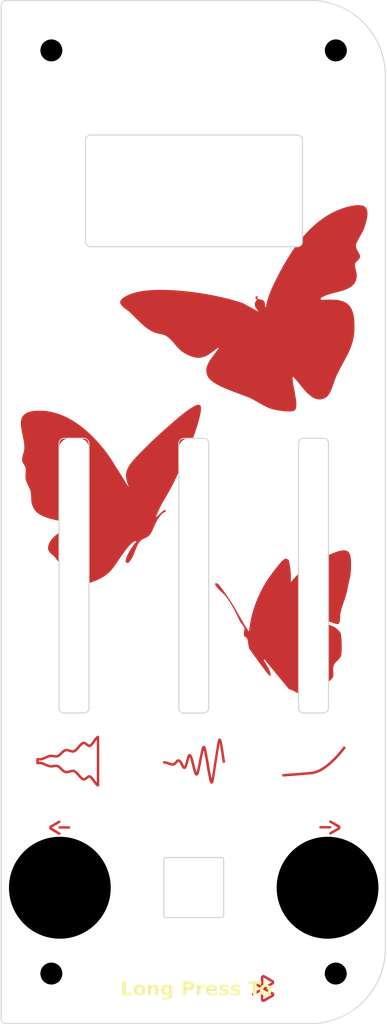
<source format=kicad_pcb>
(kicad_pcb (version 20241229) (generator "pcbnew") (generator_version "9.0")
  (layers (0 "F.Cu" signal) (2 "B.Cu" signal) (13 "F.Paste" user) (15 "B.Paste" user) (5 "F.SilkS" user "F.Silkscreen") (7 "B.SilkS" user "B.Silkscreen") (1 "F.Mask" user) (3 "B.Mask" user) (25 "Edge.Cuts" user))
  (net 0 "")
  (footprint "EUB_Passives:Akidsuki_WhiteCircleTactileSwitch_Cutout_top" (layer "F.Cu") (at 19.26 88.79)
    (property "Reference" "SWC1" (hide yes))
    (property "Value" "~")
    (fp_line (start -3 2.8) (end -3 -2.8) (stroke (width 0.1)) (layer "Edge.Cuts"))
    (fp_line (start -2.8 -3) (end 2.8 -3) (stroke (width 0.1)) (layer "Edge.Cuts"))
    (fp_line (start 2.8 3) (end -2.8 3) (stroke (width 0.1)) (layer "Edge.Cuts"))
    (fp_line (start 3 -2.8) (end 3 2.8) (stroke (width 0.1)) (layer "Edge.Cuts"))
    (fp_arc (start -3 -2.8) (mid -2.941421 -2.941421) (end -2.8 -3) (stroke (width 0.1)) (layer "Edge.Cuts"))
    (fp_arc (start -2.8 3) (mid -2.941421 2.941421) (end -3 2.8) (stroke (width 0.1)) (layer "Edge.Cuts"))
    (fp_arc (start 2.8 -3) (mid 2.941421 -2.941421) (end 3 -2.8) (stroke (width 0.1)) (layer "Edge.Cuts"))
    (fp_arc (start 3 2.8) (mid 2.941421 2.941421) (end 2.8 3) (stroke (width 0.1)) (layer "Edge.Cuts"))
  )
  (footprint "EUB_SSD1306:9E6018AD_Cutout_top" (layer "F.Cu") (at 19.28 22.47)
    (property "Reference" "BrdC1" (hide yes))
    (property "Value" "~")
    (fp_line (start -10.87 1.68) (end -10.87 -8.5) (stroke (width 0.1)) (layer "Edge.Cuts"))
    (fp_line (start -10.37 -9) (end 10.37 -9) (stroke (width 0.1)) (layer "Edge.Cuts"))
    (fp_line (start 10.37 2.18) (end -10.37 2.18) (stroke (width 0.1)) (layer "Edge.Cuts"))
    (fp_line (start 10.87 -8.5) (end 10.87 1.68) (stroke (width 0.1)) (layer "Edge.Cuts"))
    (fp_arc (start -10.87 -8.5) (mid -10.723553 -8.853553) (end -10.37 -9) (stroke (width 0.1)) (layer "Edge.Cuts"))
    (fp_arc (start -10.37 2.18) (mid -10.723553 2.033553) (end -10.87 1.68) (stroke (width 0.1)) (layer "Edge.Cuts"))
    (fp_arc (start 10.37 -9) (mid 10.723553 -8.853553) (end 10.87 -8.5) (stroke (width 0.1)) (layer "Edge.Cuts"))
    (fp_arc (start 10.87 1.68) (mid 10.723553 2.033553) (end 10.37 2.18) (stroke (width 0.1)) (layer "Edge.Cuts"))
  )
  (footprint "EUB_Passives:Potentiometer_Slider_AliExpress_10k_35mm_Top" (layer "F.Cu") (at 7.26 57.57 -90)
    (property "Reference" "RVC1" (hide yes))
    (property "Value" "~")
    (fp_line (start 13.25 1.5) (end -13.25 1.5) (stroke (width 0.1)) (layer "Edge.Cuts"))
    (fp_line (start -13.75 1) (end -13.75 -1) (stroke (width 0.1)) (layer "Edge.Cuts"))
    (fp_line (start 13.75 -1) (end 13.75 1) (stroke (width 0.1)) (layer "Edge.Cuts"))
    (fp_line (start -13.25 -1.5) (end 13.25 -1.5) (stroke (width 0.1)) (layer "Edge.Cuts"))
    (fp_arc (start -13.25 1.5) (mid -13.603553 1.353553) (end -13.75 1) (stroke (width 0.1)) (layer "Edge.Cuts"))
    (fp_arc (start 13.75 1) (mid 13.603553 1.353553) (end 13.25 1.5) (stroke (width 0.1)) (layer "Edge.Cuts"))
    (fp_arc (start -13.75 -1) (mid -13.603553 -1.353553) (end -13.25 -1.5) (stroke (width 0.1)) (layer "Edge.Cuts"))
    (fp_arc (start 13.25 -1.5) (mid 13.603553 -1.353553) (end 13.75 -1) (stroke (width 0.1)) (layer "Edge.Cuts"))
  )
  (footprint "EUB_Passives:SW_PUSH_6mm_H9.5mm_DTS65_cutout_top" (layer "F.Cu") (at 29.42 86.56)
    (property "Reference" "SWC3" (hide yes))
    (property "Value" "~")
    (pad "" np_thru_hole circle (at 3.25 2.25) (size 10.2 10.2) (drill 10.2) (layers "*.Mask"))
  )
  (footprint "EUB_MountingHole:MountingHole_2.2mm_M2_jlcpcb" (layer "F.Cu") (at 33.5 5)
    (property "Reference" "H2")
    (property "Value" "MountingHole")
    (pad "" np_thru_hole circle (at 0 0) (size 2.2 2.2) (drill 2.2) (layers "*.Mask"))
  )
  (footprint "EUB_Passives:SW_PUSH_6mm_H9.5mm_DTS65_cutout_top" (layer "F.Cu") (at 2.59 86.56)
    (property "Reference" "SWC2" (hide yes))
    (property "Value" "~")
    (pad "" np_thru_hole circle (at 3.25 2.25) (size 10.2 10.2) (drill 10.2) (layers "*.Mask"))
  )
  (footprint "EUB_Passives:Potentiometer_Slider_AliExpress_10k_35mm_Top" (layer "F.Cu") (at 19.26 57.58 90)
    (property "Reference" "RVC2" (hide yes))
    (property "Value" "~")
    (fp_line (start -13.25 -1.5) (end 13.25 -1.5) (stroke (width 0.1)) (layer "Edge.Cuts"))
    (fp_line (start 13.75 -1) (end 13.75 1) (stroke (width 0.1)) (layer "Edge.Cuts"))
    (fp_line (start -13.75 1) (end -13.75 -1) (stroke (width 0.1)) (layer "Edge.Cuts"))
    (fp_line (start 13.25 1.5) (end -13.25 1.5) (stroke (width 0.1)) (layer "Edge.Cuts"))
    (fp_arc (start 13.25 -1.5) (mid 13.603553 -1.353553) (end 13.75 -1) (stroke (width 0.1)) (layer "Edge.Cuts"))
    (fp_arc (start -13.75 -1) (mid -13.603553 -1.353553) (end -13.25 -1.5) (stroke (width 0.1)) (layer "Edge.Cuts"))
    (fp_arc (start 13.75 1) (mid 13.603553 1.353553) (end 13.25 1.5) (stroke (width 0.1)) (layer "Edge.Cuts"))
    (fp_arc (start -13.25 1.5) (mid -13.603553 1.353553) (end -13.75 1) (stroke (width 0.1)) (layer "Edge.Cuts"))
  )
  (footprint "EUB_Passives:Potentiometer_Slider_AliExpress_10k_35mm_Top" (layer "F.Cu") (at 31.26 57.57 90)
    (property "Reference" "RVC3" (hide yes))
    (property "Value" "~")
    (fp_line (start -13.25 -1.5) (end 13.25 -1.5) (stroke (width 0.1)) (layer "Edge.Cuts"))
    (fp_line (start 13.75 -1) (end 13.75 1) (stroke (width 0.1)) (layer "Edge.Cuts"))
    (fp_line (start -13.75 1) (end -13.75 -1) (stroke (width 0.1)) (layer "Edge.Cuts"))
    (fp_line (start 13.25 1.5) (end -13.25 1.5) (stroke (width 0.1)) (layer "Edge.Cuts"))
    (fp_arc (start 13.25 -1.5) (mid 13.603553 -1.353553) (end 13.75 -1) (stroke (width 0.1)) (layer "Edge.Cuts"))
    (fp_arc (start -13.75 -1) (mid -13.603553 -1.353553) (end -13.25 -1.5) (stroke (width 0.1)) (layer "Edge.Cuts"))
    (fp_arc (start 13.75 1) (mid 13.603553 1.353553) (end 13.25 1.5) (stroke (width 0.1)) (layer "Edge.Cuts"))
    (fp_arc (start -13.25 1.5) (mid -13.603553 1.353553) (end -13.75 1) (stroke (width 0.1)) (layer "Edge.Cuts"))
  )
  (footprint "EUB_MountingHole:MountingHole_2.2mm_M2_jlcpcb" (layer "F.Cu") (at 33.49 97.4)
    (property "Reference" "H4")
    (property "Value" "MountingHole")
    (pad "" np_thru_hole circle (at 0 0) (size 2.2 2.2) (drill 2.2) (layers "*.Mask"))
  )
  (footprint "EUB_MountingHole:MountingHole_2.2mm_M2_jlcpcb" (layer "F.Cu") (at 4.99 5)
    (property "Reference" "H1")
    (property "Value" "MountingHole")
    (pad "" np_thru_hole circle (at 0 0) (size 2.2 2.2) (drill 2.2) (layers "*.Mask"))
  )
  (footprint "EUB_MountingHole:MountingHole_2.2mm_M2_jlcpcb" (layer "F.Cu") (at 4.99 97.4)
    (property "Reference" "H3")
    (property "Value" "MountingHole")
    (pad "" np_thru_hole circle (at 0 0) (size 2.2 2.2) (drill 2.2) (layers "*.Mask"))
  )
  (gr_poly (pts (xy 26.258037 97.544375) (xy 26.274843 97.545988) (xy 26.291545 97.548675) (xy 26.308092 97.552437) (xy 26.324432 97.557274) (xy 26.340514 97.563185) (xy 26.356286 97.570172) (xy 26.371697 97.578233) (xy 27.193602 98.054445) (xy 27.208438 98.063491) (xy 27.222504 98.073406) (xy 27.235775 98.084147) (xy 27.248223 98.095673) (xy 27.259825 98.107944) (xy 27.270553 98.120917) (xy 27.280382 98.134551) (xy 27.289286 98.148806) (xy 27.297239 98.163639) (xy 27.304216 98.17901) (xy 27.31019 98.194877) (xy 27.315136 98.211198) (xy 27.319028 98.227933) (xy 27.32184 98.245041) (xy 27.323546 98.262479) (xy 27.32412 98.280206) (xy 27.327649 98.276674) (xy 27.327504 98.285571) (xy 27.327074 98.294401) (xy 27.326361 98.303159) (xy 27.325368 98.311839) (xy 27.324099 98.320437) (xy 27.322556 98.328946) (xy 27.320744 98.337363) (xy 27.318665 98.345681) (xy 27.316322 98.353897) (xy 27.313719 98.362003) (xy 27.310858 98.369996) (xy 27.307744 98.37787) (xy 27.30438 98.38562) (xy 27.300768 98.393241) (xy 27.296912 98.400727) (xy 27.292814 98.408074) (xy 27.28848 98.415276) (xy 27.28391 98.422328) (xy 27.27911 98.429226) (xy 27.274081 98.435963) (xy 27.268828 98.442535) (xy 27.263353 98.448936) (xy 27.25766 98.455162) (xy 27.251752 98.461206) (xy 27.245632 98.467065) (xy 27.239303 98.472733) (xy 27.232769 98.478204) (xy 27.226033 98.483474) (xy 27.219098 98.488537) (xy 27.211967 98.493389) (xy 27.204643 98.498023) (xy 27.197131 98.502435) (xy 26.523379 98.890459) (xy 27.197131 99.282007) (xy 27.211967 99.291053) (xy 27.226033 99.300968) (xy 27.239303 99.311709) (xy 27.251752 99.323235) (xy 27.263353 99.335506) (xy 27.274081 99.348479) (xy 27.28391 99.362113) (xy 27.292814 99.376368) (xy 27.300768 99.391201) (xy 27.307744 99.406572) (xy 27.313719 99.422439) (xy 27.318665 99.43876) (xy 27.322556 99.455495) (xy 27.325368 99.472603) (xy 27.327074 99.490041) (xy 27.327649 99.507768) (xy 27.327504 99.516665) (xy 27.327074 99.525496) (xy 27.326361 99.534253) (xy 27.325368 99.542934) (xy 27.324099 99.551531) (xy 27.322556 99.560041) (xy 27.320744 99.568457) (xy 27.318665 99.576776) (xy 27.316322 99.584991) (xy 27.313719 99.593097) (xy 27.310858 99.60109) (xy 27.307744 99.608964) (xy 27.30438 99.616714) (xy 27.300768 99.624335) (xy 27.296912 99.631821) (xy 27.292814 99.639168) (xy 27.28848 99.64637) (xy 27.28391 99.653423) (xy 27.27911 99.66032) (xy 27.274081 99.667057) (xy 27.268828 99.673629) (xy 27.263353 99.68003) (xy 27.25766 99.686256) (xy 27.251752 99.692301) (xy 27.245632 99.69816) (xy 27.239303 99.703827) (xy 27.232769 99.709299) (xy 27.226033 99.714568) (xy 27.219098 99.719632) (xy 27.211967 99.724483) (xy 27.204643 99.729117) (xy 27.197131 99.733529) (xy 26.375226 100.209741) (xy 26.367288 100.214207) (xy 26.359345 100.218347) (xy 26.351392 100.222167) (xy 26.343423 100.225672) (xy 26.335434 100.228867) (xy 26.327418 100.231756) (xy 26.319372 100.234346) (xy 26.31129 100.236641) (xy 26.303166 100.238647) (xy 26.294996 100.240369) (xy 26.286774 100.241811) (xy 26.278495 100.24298) (xy 26.270154 100.24388) (xy 26.261746 100.244516) (xy 26.253266 100.244894) (xy 26.244708 100.245019) (xy 26.23615 100.244894) (xy 26.227669 100.244516) (xy 26.219261 100.24388) (xy 26.210921 100.24298) (xy 26.202642 100.241811) (xy 26.19442 100.240369) (xy 26.18625 100.238647) (xy 26.178126 100.236641) (xy 26.170044 100.234346) (xy 26.161998 100.231756) (xy 26.153982 100.228867) (xy 26.145993 100.225672) (xy 26.138024 100.222167) (xy 26.130071 100.218347) (xy 26.122128 100.214207) (xy 26.11419 100.209741) (xy 26.099354 100.200694) (xy 26.085287 100.19078) (xy 26.072017 100.180039) (xy 26.059568 100.168512) (xy 26.047967 100.156242) (xy 26.037239 100.143269) (xy 26.02741 100.129634) (xy 26.018506 100.11538) (xy 26.010553 100.100546) (xy 26.003576 100.085176) (xy 25.997602 100.069309) (xy 25.992656 100.052987) (xy 25.988764 100.036252) (xy 25.985952 100.019145) (xy 25.984246 100.001707) (xy 25.983672 99.983987) (xy 26.227072 99.983987) (xy 27.066613 99.518358) (xy 27.066613 99.500719) (xy 27.066615 99.500719) (xy 26.244709 99.024507) (xy 26.227072 99.983987) (xy 25.983672 99.983987) (xy 25.983672 99.98398) (xy 25.983672 99.183237) (xy 25.281703 99.588899) (xy 25.273766 99.592695) (xy 25.269798 99.594456) (xy 25.265829 99.596119) (xy 25.261861 99.597679) (xy 25.257892 99.59913) (xy 25.253924 99.600468) (xy 25.249955 99.601687) (xy 25.245987 99.602782) (xy 25.242018 99.603747) (xy 25.23805 99.604578) (xy 25.234081 99.60527) (xy 25.230113 99.605817) (xy 25.226144 99.606214) (xy 25.222175 99.606456) (xy 25.218207 99.606538) (xy 25.214239 99.606466) (xy 25.210275 99.606251) (xy 25.206317 99.605896) (xy 25.202368 99.605402) (xy 25.198433 99.60477) (xy 25.194514 99.604004) (xy 25.186736 99.602074) (xy 25.179062 99.599628) (xy 25.171517 99.59668) (xy 25.164128 99.593247) (xy 25.156919 99.589343) (xy 25.149916 99.584985) (xy 25.143146 99.580188) (xy 25.136635 99.574967) (xy 25.130407 99.569337) (xy 25.12449 99.563315) (xy 25.118909 99.556915) (xy 25.113689 99.550154) (xy 25.108857 99.543046) (xy 25.105714 99.537385) (xy 25.102899 99.53165) (xy 25.100409 99.525852) (xy 25.098239 99.520001) (xy 25.096388 99.514105) (xy 25.09485 99.508176) (xy 25.093624 99.502222) (xy 25.092707 99.496253) (xy 25.092094 99.490279) (xy 25.091782 99.484309) (xy 25.09177 99.478353) (xy 25.092052 99.472422) (xy 25.092626 99.466524) (xy 25.093489 99.460669) (xy 25.094638 99.454868) (xy 25.096069 99.449129) (xy 25.097778 99.443462) (xy 25.099764 99.437877) (xy 25.102022 99.432384) (xy 25.10455 99.426992) (xy 25.107343 99.421712) (xy 25.1104 99.416552) (xy 25.113716 99.411523) (xy 25.117289 99.406634) (xy 25.121115 99.401894) (xy 25.12519 99.397314) (xy 25.129513 99.392904) (xy 25.134079 99.388672) (xy 25.138885 99.384629) (xy 25.143928 99.380784) (xy 25.149205 99.377147) (xy 25.154713 99.373727) (xy 25.976618 98.897516) (xy 25.741792 98.756418) (xy 26.227072 98.756418) (xy 27.066613 98.290788) (xy 27.066615 98.290788) (xy 27.13011 98.163804) (xy 27.066615 98.273157) (xy 26.244709 97.796937) (xy 26.227072 98.756418) (xy 25.741792 98.756418) (xy 25.154713 98.403665) (xy 25.149205 98.400556) (xy 25.143928 98.397191) (xy 25.138885 98.39358) (xy 25.134079 98.389735) (xy 25.129513 98.385668) (xy 25.12519 98.38139) (xy 25.121115 98.376914) (xy 25.117289 98.37225) (xy 25.113716 98.367411) (xy 25.1104 98.362407) (xy 25.107344 98.357251) (xy 25.10455 98.351955) (xy 25.102023 98.346529) (xy 25.099765 98.340985) (xy 25.097779 98.335336) (xy 25.096069 98.329592) (xy 25.094639 98.323766) (xy 25.09349 98.317868) (xy 25.092627 98.311912) (xy 25.092053 98.305907) (xy 25.091771 98.299866) (xy 25.091783 98.293801) (xy 25.092095 98.287722) (xy 25.092707 98.281643) (xy 25.093625 98.275573) (xy 25.094851 98.269526) (xy 25.096388 98.263512) (xy 25.09824 98.257544) (xy 25.100409 98.251632) (xy 25.1029 98.245788) (xy 25.105715 98.240025) (xy 25.108857 98.234353) (xy 25.111965 98.228846) (xy 25.115331 98.223569) (xy 25.118943 98.218525) (xy 25.122788 98.213719) (xy 25.126855 98.209153) (xy 25.131133 98.20483) (xy 25.13561 98.200754) (xy 25.140274 98.196928) (xy 25.145114 98.193355) (xy 25.150118 98.190039) (xy 25.155274 98.186982) (xy 25.160571 98.184188) (xy 25.165997 98.181661) (xy 25.171541 98.179402) (xy 25.177191 98.177416) (xy 25.182935 98.175706) (xy 25.188762 98.174275) (xy 25.19466 98.173127) (xy 25.200617 98.172263) (xy 25.206622 98.171689) (xy 25.212663 98.171406) (xy 25.218729 98.171419) (xy 25.224807 98.17173) (xy 25.230887 98.172343) (xy 25.236957 98.173261) (xy 25.243004 98.174486) (xy 25.249018 98.176024) (xy 25.254987 98.177875) (xy 25.260899 98.180045) (xy 25.266743 98.182536) (xy 25.272506 98.185351) (xy 25.278178 98.188493) (xy 25.980147 98.594148) (xy 25.980147 97.803995) (xy 25.980291 97.795097) (xy 25.980721 97.786267) (xy 25.981434 97.777509) (xy 25.982427 97.768829) (xy 25.983697 97.760232) (xy 25.985239 97.751722) (xy 25.987052 97.743305) (xy 25.989131 97.734987) (xy 25.991473 97.726772) (xy 25.994077 97.718665) (xy 25.996937 97.710672) (xy 26.000051 97.702798) (xy 26.003415 97.695049) (xy 26.007027 97.687428) (xy 26.010883 97.679941) (xy 26.01498 97.672594) (xy 26.019315 97.665392) (xy 26.023884 97.65834) (xy 26.028685 97.651443) (xy 26.033713 97.644705) (xy 26.038966 97.638134) (xy 26.044441 97.631732) (xy 26.050134 97.625507) (xy 26.056043 97.619462) (xy 26.062163 97.613603) (xy 26.068492 97.607935) (xy 26.075026 97.602464) (xy 26.081762 97.597194) (xy 26.088697 97.592131) (xy 26.095828 97.58728) (xy 26.103152 97.582645) (xy 26.110665 97.578233) (xy 26.126075 97.570172) (xy 26.141847 97.563185) (xy 26.157929 97.557274) (xy 26.174269 97.552437) (xy 26.190816 97.548675) (xy 26.207518 97.545988) (xy 26.224323 97.544375) (xy 26.24118 97.543838)) (fill yes) (layer "F.Cu"))
  (gr_poly (pts (xy 28.517897 55.869066) (xy 28.528883 55.86983) (xy 28.539937 55.87125) (xy 28.551063 55.873383) (xy 28.562266 55.876287) (xy 28.770386 55.985635) (xy 28.805086 56.119562) (xy 28.8365 56.254103) (xy 28.86473 56.389213) (xy 28.889881 56.524845) (xy 28.931357 56.797488) (xy 28.961754 57.071661) (xy 28.981899 57.346991) (xy 28.99262 57.623107) (xy 28.994742 57.899636) (xy 28.989092 58.176206) (xy 28.995676 58.175239) (xy 29.002198 58.173681) (xy 29.008661 58.17156) (xy 29.015066 58.168904) (xy 29.021414 58.165741) (xy 29.027706 58.1621) (xy 29.033945 58.15801) (xy 29.04013 58.153499) (xy 29.052347 58.143326) (xy 29.064367 58.13181) (xy 29.076202 58.119178) (xy 29.087861 58.105657) (xy 29.099354 58.091475) (xy 29.110693 58.076858) (xy 29.132946 58.047233) (xy 29.154704 58.018599) (xy 29.165423 58.005223) (xy 29.176049 57.992776) (xy 29.245854 57.915696) (xy 29.315164 57.840435) (xy 29.384142 57.766826) (xy 29.452956 57.694706) (xy 29.521769 57.623908) (xy 29.590748 57.554268) (xy 29.660057 57.48562) (xy 29.729863 57.417798) (xy 29.729863 69.083196) (xy 29.730108 69.102996) (xy 29.730834 69.122713) (xy 29.732025 69.142348) (xy 29.733666 69.161901) (xy 29.735741 69.18137) (xy 29.738234 69.200757) (xy 29.744415 69.239284) (xy 29.752083 69.27748) (xy 29.761116 69.315346) (xy 29.771388 69.35288) (xy 29.782776 69.390085) (xy 29.29466 69.129934) (xy 29.171701 69.07027) (xy 29.109996 69.042722) (xy 29.048121 69.017054) (xy 28.986061 68.993536) (xy 28.923798 68.972436) (xy 28.861319 68.954023) (xy 28.798607 68.938566) (xy 26.332896 65.947259) (xy 26.323626 65.952443) (xy 26.315623 65.958056) (xy 26.308829 65.964072) (xy 26.303187 65.970465) (xy 26.29864 65.97721) (xy 26.295133 65.98428) (xy 26.292607 65.991649) (xy 26.291005 65.999293) (xy 26.290273 66.007184) (xy 26.290351 66.015298) (xy 26.291184 66.023607) (xy 26.292714 66.032088) (xy 26.294885 66.040713) (xy 26.29764 66.049457) (xy 26.300922 66.058294) (xy 26.304674 66.067198) (xy 26.313362 66.085104) (xy 26.323249 66.102969) (xy 26.333879 66.120585) (xy 26.344799 66.137747) (xy 26.365689 66.16988) (xy 26.374749 66.184437) (xy 26.382279 66.197713) (xy 26.426098 66.280832) (xy 26.472403 66.363636) (xy 26.569513 66.529021) (xy 26.667697 66.695315) (xy 26.715345 66.779256) (xy 26.761045 66.863966) (xy 26.804058 66.949627) (xy 26.843645 67.03642) (xy 26.879067 67.124525) (xy 26.909585 67.214124) (xy 26.934461 67.305397) (xy 26.952956 67.398525) (xy 26.959579 67.445841) (xy 26.96433 67.493689) (xy 26.967116 67.542091) (xy 26.967844 67.59107) (xy 26.974898 67.594594) (xy 26.961253 67.596481) (xy 26.948085 67.597533) (xy 26.935374 67.597782) (xy 26.923101 67.597262) (xy 26.911247 67.596006) (xy 26.899792 67.594046) (xy 26.888717 67.591416) (xy 26.878002 67.588148) (xy 26.867628 67.584276) (xy 26.857576 67.579832) (xy 26.847826 67.574849) (xy 26.838359 67.569361) (xy 26.829156 67.563399) (xy 26.820196 67.556998) (xy 26.802933 67.543008) (xy 26.786413 67.527654) (xy 26.770483 67.511199) (xy 26.754986 67.493907) (xy 26.739769 67.476042) (xy 26.709551 67.439644) (xy 26.694241 67.421639) (xy 26.678589 67.404115) (xy 26.546184 67.241003) (xy 26.315148 66.939203) (xy 25.697067 66.108203) (xy 25.104119 65.288448) (xy 24.904499 65.000702) (xy 24.844202 64.907998) (xy 24.816077 64.857267) (xy 24.795484 64.797539) (xy 24.778328 64.736271) (xy 24.764076 64.673743) (xy 24.752196 64.610233) (xy 24.742155 64.54602) (xy 24.733422 64.481383) (xy 24.717748 64.351954) (xy 24.700917 64.224179) (xy 24.690737 64.161609) (xy 24.678671 64.10029) (xy 24.664186 64.0405) (xy 24.646751 63.982519) (xy 24.625834 63.926625) (xy 24.600901 63.873098) (xy 24.594106 63.860877) (xy 24.586967 63.849327) (xy 24.579513 63.838415) (xy 24.571772 63.828109) (xy 24.563773 63.818376) (xy 24.555544 63.809184) (xy 24.547113 63.800502) (xy 24.538509 63.792296) (xy 24.529761 63.784535) (xy 24.520896 63.777185) (xy 24.502931 63.763594) (xy 24.484843 63.751263) (xy 24.466857 63.739935) (xy 24.432106 63.719252) (xy 24.415795 63.709381) (xy 24.400497 63.699479) (xy 24.386439 63.689288) (xy 24.379946 63.684003) (xy 24.373849 63.678548) (xy 24.368175 63.672893) (xy 24.362953 63.667003) (xy 24.358212 63.660848) (xy 24.35398 63.654394) (xy 24.33764 63.625344) (xy 24.323589 63.596404) (xy 24.311698 63.567579) (xy 24.301838 63.538875) (xy 24.29388 63.510297) (xy 24.287694 63.481852) (xy 24.283151 63.453545) (xy 24.280122 63.425382) (xy 24.278478 63.397369) (xy 24.278089 63.369511) (xy 24.280563 63.314287) (xy 24.286508 63.259755) (xy 24.294893 63.205962) (xy 24.314845 63.100778) (xy 24.324346 63.049481) (xy 24.332152 62.999108) (xy 24.33723 62.949707) (xy 24.338546 62.901324) (xy 24.33747 62.877529) (xy 24.335066 62.854006) (xy 24.331206 62.83076) (xy 24.325758 62.807798) (xy 24.320668 62.791116) (xy 24.314055 62.773517) (xy 24.296622 62.735773) (xy 24.274176 62.694992) (xy 24.247437 62.651596) (xy 24.217121 62.606009) (xy 24.183949 62.558655) (xy 24.111904 62.46034) (xy 24.037048 62.360041) (xy 23.965128 62.261148) (xy 23.932064 62.213287) (xy 23.901888 62.167049) (xy 23.875319 62.122858) (xy 23.853075 62.081136) (xy 23.525295 61.40485) (xy 23.366137 61.0832) (xy 23.201813 60.768909) (xy 23.115762 60.613671) (xy 23.026079 60.459248) (xy 22.931984 60.305301) (xy 22.832695 60.151489) (xy 22.727433 59.99747) (xy 22.615417 59.842903) (xy 22.495868 59.687448) (xy 22.368004 59.530763) (xy 21.754662 58.935938) (xy 21.66836 58.843673) (xy 21.589648 58.752818) (xy 21.521447 58.664992) (xy 21.4922 58.62272) (xy 21.466675 58.581811) (xy 21.445238 58.542468) (xy 21.428253 58.504892) (xy 21.416085 58.469287) (xy 21.409098 58.435854) (xy 21.407659 58.404795) (xy 21.412132 58.376313) (xy 21.422882 58.350609) (xy 21.440274 58.327886) (xy 21.464591 58.325409) (xy 21.488598 58.325186) (xy 21.512297 58.327114) (xy 21.535688 58.331089) (xy 21.558771 58.337011) (xy 21.581548 58.344775) (xy 21.604018 58.354279) (xy 21.626183 58.36542) (xy 21.648043 58.378096) (xy 21.669599 58.392204) (xy 21.690851 58.407642) (xy 21.7118 58.424306) (xy 21.752793 58.460903) (xy 21.792581 58.501173) (xy 21.83117 58.544297) (xy 21.868566 58.58945) (xy 21.904774 58.635814) (xy 21.939798 58.682564) (xy 22.006317 58.773942) (xy 22.068165 58.857011) (xy 22.195996 59.025242) (xy 22.324901 59.202815) (xy 22.453971 59.387167) (xy 22.582297 59.575736) (xy 22.833079 59.955271) (xy 23.069972 60.320917) (xy 23.292404 60.675919) (xy 23.506774 61.03584) (xy 23.924065 61.762338) (xy 24.133351 62.124863) (xy 24.347307 62.484206) (xy 24.569118 62.838339) (xy 24.801966 63.185239) (xy 24.835842 62.850637) (xy 24.881659 62.516443) (xy 24.93904 62.183065) (xy 25.007608 61.850912) (xy 25.086986 61.520391) (xy 25.176797 61.191912) (xy 25.276663 60.865882) (xy 25.386207 60.542709) (xy 25.505052 60.222802) (xy 25.632821 59.906569) (xy 25.769136 59.594419) (xy 25.913621 59.286758) (xy 26.065898 58.983997) (xy 26.22559 58.686542) (xy 26.39232 58.394802) (xy 26.565711 58.109186) (xy 26.699486 57.90736) (xy 26.905727 57.613682) (xy 27.161655 57.263289) (xy 27.444495 56.891318) (xy 27.731468 56.532906) (xy 27.869387 56.369765) (xy 27.999798 56.22319) (xy 28.119854 56.097573) (xy 28.226708 55.997307) (xy 28.317512 55.926783) (xy 28.356006 55.904047) (xy 28.38942 55.890394) (xy 28.431804 55.879758) (xy 28.4531 55.87508) (xy 28.463792 55.8731) (xy 28.47452 55.871436) (xy 28.485289 55.870143) (xy 28.496105 55.869279) (xy 28.506972 55.868901)) (fill yes) (layer "F.Cu"))
  (gr_poly (pts (xy 5.788892 82.082822) (xy 5.79479 82.083396) (xy 5.800644 82.084259) (xy 5.806446 82.085408) (xy 5.812185 82.086839) (xy 5.817852 82.088548) (xy 5.823437 82.090534) (xy 5.82893 82.092792) (xy 5.834322 82.09532) (xy 5.839602 82.098113) (xy 5.844762 82.10117) (xy 5.849791 82.104486) (xy 5.854681 82.108058) (xy 5.85942 82.111884) (xy 5.864 82.11596) (xy 5.86841 82.120282) (xy 5.872642 82.124848) (xy 5.876685 82.129654) (xy 5.88053 82.134698) (xy 5.884166 82.139975) (xy 5.887585 82.145482) (xy 5.890728 82.151144) (xy 5.893542 82.156879) (xy 5.896033 82.162677) (xy 5.898202 82.168528) (xy 5.900054 82.174423) (xy 5.901591 82.180353) (xy 5.902817 82.186307) (xy 5.903735 82.192276) (xy 5.904347 82.19825) (xy 5.904659 82.20422) (xy 5.904672 82.210175) (xy 5.904389 82.216107) (xy 5.903815 82.222005) (xy 5.902952 82.22786) (xy 5.901803 82.233661) (xy 5.900373 82.2394) (xy 5.898663 82.245067) (xy 5.896677 82.250652) (xy 5.894419 82.256145) (xy 5.891891 82.261536) (xy 5.889098 82.266817) (xy 5.886041 82.271977) (xy 5.882725 82.277006) (xy 5.879153 82.281895) (xy 5.875327 82.286635) (xy 5.871251 82.291215) (xy 5.866928 82.295625) (xy 5.862362 82.299857) (xy 5.857556 82.3039) (xy 5.852513 82.307745) (xy 5.847236 82.311382) (xy 5.841728 82.314802) (xy 5.019824 82.791013) (xy 5.841728 83.28486) (xy 5.845256 83.284864) (xy 5.850764 83.287973) (xy 5.856041 83.291339) (xy 5.861084 83.29495) (xy 5.865891 83.298795) (xy 5.870456 83.302863) (xy 5.874779 83.307141) (xy 5.878855 83.311617) (xy 5.882681 83.316282) (xy 5.886253 83.321121) (xy 5.889569 83.326125) (xy 5.892626 83.331281) (xy 5.895419 83.336578) (xy 5.897947 83.342005) (xy 5.900205 83.347548) (xy 5.902191 83.353198) (xy 5.903901 83.358942) (xy 5.905331 83.364769) (xy 5.90648 83.370666) (xy 5.907343 83.376623) (xy 5.907917 83.382628) (xy 5.9082 83.388669) (xy 5.908187 83.394735) (xy 5.907875 83.400813) (xy 5.907263 83.406893) (xy 5.906345 83.412963) (xy 5.905119 83.41901) (xy 5.903582 83.425024) (xy 5.90173 83.430993) (xy 5.899561 83.436905) (xy 5.89707 83.442748) (xy 5.894255 83.448511) (xy 5.891113 83.454183) (xy 5.886281 83.461871) (xy 5.881061 83.469064) (xy 5.87548 83.47576) (xy 5.869562 83.481961) (xy 5.863335 83.487665) (xy 5.856824 83.492873) (xy 5.850054 83.497586) (xy 5.843051 83.501802) (xy 5.835842 83.505522) (xy 5.828452 83.508746) (xy 5.820907 83.511474) (xy 5.813233 83.513707) (xy 5.805455 83.515443) (xy 5.7976 83.516683) (xy 5.789694 83.517427) (xy 5.781761 83.517675) (xy 5.777793 83.517593) (xy 5.773824 83.517351) (xy 5.769856 83.516954) (xy 5.765887 83.516407) (xy 5.761919 83.515715) (xy 5.757951 83.514884) (xy 5.753982 83.513918) (xy 5.750014 83.512824) (xy 5.746045 83.511605) (xy 5.742077 83.510267) (xy 5.738108 83.508816) (xy 5.73414 83.507256) (xy 5.730172 83.505593) (xy 5.726203 83.503832) (xy 5.718266 83.500036) (xy 4.896362 83.023824) (xy 4.881526 83.014778) (xy 4.86746 83.004863) (xy 4.85419 82.994122) (xy 4.841741 82.982596) (xy 4.83014 82.970325) (xy 4.819412 82.957352) (xy 4.809583 82.943718) (xy 4.800679 82.929463) (xy 4.792726 82.91463) (xy 4.785749 82.89926) (xy 4.779775 82.883393) (xy 4.774829 82.867072) (xy 4.770937 82.850337) (xy 4.768125 82.833231) (xy 4.766419 82.815793) (xy 4.765845 82.798067) (xy 4.765989 82.789169) (xy 4.766419 82.780339) (xy 4.767132 82.771581) (xy 4.768125 82.762901) (xy 4.769395 82.754303) (xy 4.770937 82.745794) (xy 4.77275 82.737377) (xy 4.774829 82.729059) (xy 4.777172 82.720844) (xy 4.779775 82.712737) (xy 4.782635 82.704744) (xy 4.785749 82.69687) (xy 4.789114 82.68912) (xy 4.792726 82.6815) (xy 4.796582 82.674013) (xy 4.800679 82.666666) (xy 4.805014 82.659464) (xy 4.809583 82.652412) (xy 4.814383 82.645515) (xy 4.819412 82.638777) (xy 4.824665 82.632206) (xy 4.83014 82.625804) (xy 4.835833 82.619579) (xy 4.841741 82.613534) (xy 4.847861 82.607675) (xy 4.85419 82.602007) (xy 4.860724 82.596536) (xy 4.86746 82.591266) (xy 4.874395 82.586203) (xy 4.881526 82.581352) (xy 4.888849 82.576717) (xy 4.896362 82.572305) (xy 5.718266 82.099626) (xy 5.723928 82.096484) (xy 5.729663 82.093669) (xy 5.73546 82.091179) (xy 5.741312 82.089009) (xy 5.747207 82.087157) (xy 5.753137 82.08562) (xy 5.759091 82.084394) (xy 5.76506 82.083477) (xy 5.771035 82.082864) (xy 5.777004 82.082553) (xy 5.78296 82.08254)) (fill yes) (layer "F.Cu"))
  (gr_poly (pts (xy 21.883601 73.871229) (xy 21.91218 73.881411) (xy 21.939095 73.898795) (xy 21.964714 73.925166) (xy 21.989402 73.962305) (xy 22.013527 74.011996) (xy 22.037455 74.076021) (xy 22.061554 74.156162) (xy 22.086191 74.254202) (xy 22.111731 74.371924) (xy 22.166993 74.673546) (xy 22.230275 75.075287) (xy 22.304511 75.591409) (xy 22.365359 76.008531) (xy 22.378091 76.091111) (xy 22.389831 76.161867) (xy 22.400578 76.21923) (xy 22.410334 76.261629) (xy 22.166937 76.32512) (xy 22.157031 76.278325) (xy 22.145884 76.217972) (xy 22.120199 76.060559) (xy 22.090546 75.860817) (xy 22.057585 75.62668) (xy 22.0152 75.328111) (xy 21.964547 74.989527) (xy 21.909265 74.652927) (xy 21.881025 74.498496) (xy 21.852992 74.360311) (xy 21.788174 74.740344) (xy 21.712774 75.212642) (xy 21.546099 76.300432) (xy 21.465299 76.840577) (xy 21.389127 77.335747) (xy 21.320892 77.756839) (xy 21.263901 78.074754) (xy 21.255399 78.12531) (xy 21.250461 78.152184) (xy 21.24483 78.179586) (xy 21.238331 78.207112) (xy 21.230789 78.234358) (xy 21.222027 78.260923) (xy 21.217133 78.273824) (xy 21.211869 78.286403) (xy 21.206213 78.29861) (xy 21.200142 78.310394) (xy 21.193634 78.321706) (xy 21.186667 78.332494) (xy 21.17922 78.342709) (xy 21.17127 78.352301) (xy 21.162796 78.361217) (xy 21.153776 78.369409) (xy 21.144187 78.376826) (xy 21.134008 78.383418) (xy 21.123216 78.389133) (xy 21.111791 78.393923) (xy 21.099709 78.397736) (xy 21.086948 78.400521) (xy 21.073488 78.40223) (xy 21.059306 78.40281) (xy 21.024995 78.399745) (xy 20.993159 78.389369) (xy 20.963297 78.369908) (xy 20.934907 78.339591) (xy 20.90749 78.296645) (xy 20.880542 78.239299) (xy 20.853563 78.165778) (xy 20.826052 78.074313) (xy 20.767428 77.830454) (xy 20.700661 77.493545) (xy 20.62174 77.049406) (xy 20.526656 76.483858) (xy 20.461949 76.094508) (xy 20.392612 75.694579) (xy 20.323275 75.325075) (xy 20.290053 75.164546) (xy 20.258568 75.027002) (xy 20.231202 75.13902) (xy 20.202349 75.266374) (xy 20.142161 75.553036) (xy 20.081973 75.85888) (xy 20.025753 76.155797) (xy 19.968535 76.455614) (xy 19.91789 76.713637) (xy 19.872784 76.932059) (xy 19.851985 77.027103) (xy 19.832184 77.113069) (xy 19.81325 77.190231) (xy 19.795056 77.258861) (xy 19.777471 77.319233) (xy 19.760366 77.371623) (xy 19.743613 77.416303) (xy 19.727082 77.453548) (xy 19.710645 77.483631) (xy 19.70242 77.496072) (xy 19.69417 77.506826) (xy 19.687527 77.515158) (xy 19.680831 77.522969) (xy 19.674093 77.530273) (xy 19.667322 77.537086) (xy 19.660527 77.543423) (xy 19.653719 77.549301) (xy 19.646907 77.554735) (xy 19.640101 77.559739) (xy 19.63331 77.56433) (xy 19.626545 77.568524) (xy 19.619814 77.572335) (xy 19.613128 77.575779) (xy 19.606496 77.578871) (xy 19.599928 77.581628) (xy 19.593434 77.584064) (xy 19.587023 77.586196) (xy 19.57449 77.589606) (xy 19.562406 77.591983) (xy 19.55085 77.59345) (xy 19.539898 77.594132) (xy 19.529628 77.594153) (xy 19.520118 77.593636) (xy 19.511444 77.592705) (xy 19.503685 77.591485) (xy 19.491023 77.588409) (xy 19.478821 77.584487) (xy 19.467063 77.579741) (xy 19.455734 77.574192) (xy 19.444818 77.567863) (xy 19.4343 77.560776) (xy 19.424165 77.552953) (xy 19.414396 77.544415) (xy 19.395898 77.525284) (xy 19.37868 77.50356) (xy 19.362621 77.479417) (xy 19.347594 77.453031) (xy 19.333478 77.424579) (xy 19.320146 77.394236) (xy 19.307476 77.362177) (xy 19.295344 77.328578) (xy 19.272194 77.257464) (xy 19.249707 77.182298) (xy 19.225014 77.101167) (xy 19.206646 77.042199) (xy 19.188527 76.979304) (xy 19.170572 76.912854) (xy 19.152701 76.843221) (xy 19.116875 76.695892) (xy 19.080388 76.540296) (xy 19.028137 76.321867) (xy 19.000523 76.211103) (xy 18.971917 76.102447) (xy 18.94232 75.998256) (xy 18.911729 75.900885) (xy 18.896062 75.855494) (xy 18.880147 75.812692) (xy 18.863984 75.772773) (xy 18.847573 75.736032) (xy 18.832885 75.778636) (xy 18.818031 75.826201) (xy 18.803177 75.877404) (xy 18.788488 75.930922) (xy 18.760269 76.039613) (xy 18.734694 76.141691) (xy 18.690077 76.315405) (xy 18.668688 76.394568) (xy 18.647609 76.468533) (xy 18.626612 76.537248) (xy 18.605472 76.600662) (xy 18.583959 76.658722) (xy 18.572992 76.685729) (xy 18.561846 76.711378) (xy 18.550494 76.735662) (xy 18.538907 76.758577) (xy 18.527057 76.780114) (xy 18.514914 76.800268) (xy 18.502451 76.819031) (xy 18.489639 76.836399) (xy 18.47645 76.852363) (xy 18.462856 76.866918) (xy 18.448827 76.880057) (xy 18.434336 76.891775) (xy 18.419354 76.902063) (xy 18.403853 76.910916) (xy 18.387804 76.918328) (xy 18.371179 76.924291) (xy 18.353949 76.9288) (xy 18.336087 76.931848) (xy 18.326848 76.932633) (xy 18.317653 76.933004) (xy 18.308503 76.932958) (xy 18.2994 76.932495) (xy 18.290346 76.931614) (xy 18.281343 76.930313) (xy 18.272393 76.928591) (xy 18.263498 76.926446) (xy 18.25466 76.923878) (xy 18.245881 76.920885) (xy 18.237162 76.917465) (xy 18.228506 76.913618) (xy 18.219915 76.909342) (xy 18.21139 76.904636) (xy 18.202933 76.899498) (xy 18.194547 76.893927) (xy 18.177994 76.881483) (xy 18.161746 76.867293) (xy 18.145818 76.851345) (xy 18.130226 76.83363) (xy 18.114985 76.814138) (xy 18.100111 76.792858) (xy 18.08562 76.76978) (xy 18.071526 76.744893) (xy 18.036265 76.67019) (xy 17.995134 76.58511) (xy 17.949869 76.495814) (xy 17.926229 76.45151) (xy 17.902206 76.408461) (xy 17.878018 76.367438) (xy 17.853882 76.32921) (xy 17.830015 76.294547) (xy 17.806633 76.26422) (xy 17.795192 76.250923) (xy 17.783954 76.238998) (xy 17.772946 76.228542) (xy 17.762195 76.219651) (xy 17.751728 76.212421) (xy 17.741572 76.206949) (xy 17.731755 76.20333) (xy 17.722304 76.201662) (xy 17.717428 76.202623) (xy 17.712066 76.204219) (xy 17.706229 76.206508) (xy 17.699927 76.209546) (xy 17.69317 76.213389) (xy 17.685968 76.218096) (xy 17.678333 76.223722) (xy 17.670274 76.230325) (xy 17.661801 76.237961) (xy 17.652926 76.246688) (xy 17.643657 76.256561) (xy 17.634007 76.267638) (xy 17.623984 76.279977) (xy 17.6136 76.293632) (xy 17.602864 76.308663) (xy 17.591788 76.325124) (xy 17.56543 76.361261) (xy 17.538629 76.39434) (xy 17.511417 76.424468) (xy 17.483827 76.451749) (xy 17.455891 76.476289) (xy 17.427641 76.498193) (xy 17.399109 76.517566) (xy 17.370327 76.534514) (xy 17.341329 76.549142) (xy 17.312146 76.561555) (xy 17.282811 76.571859) (xy 17.253355 76.580159) (xy 17.223812 76.586559) (xy 17.194213 76.591166) (xy 17.164591 76.594084) (xy 17.134978 76.59542) (xy 17.105406 76.595277) (xy 17.075908 76.593762) (xy 17.017262 76.587036) (xy 16.959298 76.576083) (xy 16.902274 76.561745) (xy 16.846449 76.544865) (xy 16.792081 76.526285) (xy 16.688751 76.487394) (xy 16.627116 76.464098) (xy 16.566722 76.442581) (xy 16.537067 76.432837) (xy 16.507816 76.423957) (xy 16.478998 76.416079) (xy 16.450646 76.409343) (xy 16.422789 76.403889) (xy 16.39546 76.399856) (xy 16.368689 76.397383) (xy 16.342506 76.396611) (xy 16.316944 76.397678) (xy 16.292033 76.400724) (xy 16.279831 76.403033) (xy 16.267804 76.405889) (xy 16.255955 76.40931) (xy 16.244288 76.413312) (xy 16.156101 76.180498) (xy 16.176283 76.173362) (xy 16.19648 76.167146) (xy 16.216686 76.161818) (xy 16.236895 76.157349) (xy 16.2773 76.150859) (xy 16.317649 76.147428) (xy 16.357893 76.146808) (xy 16.397988 76.148751) (xy 16.437887 76.153009) (xy 16.477543 76.159333) (xy 16.516909 76.167477) (xy 16.55594 76.177191) (xy 16.594588 76.188228) (xy 16.632807 76.20034) (xy 16.707773 76.226796) (xy 16.780466 76.254575) (xy 16.833203 76.274284) (xy 16.883073 76.2922) (xy 16.930266 76.308017) (xy 16.974974 76.321433) (xy 17.017387 76.33214) (xy 17.037793 76.336383) (xy 17.057697 76.339835) (xy 17.077124 76.342458) (xy 17.096096 76.344213) (xy 17.114638 76.345062) (xy 17.132774 76.344968) (xy 17.150527 76.343892) (xy 17.167922 76.341797) (xy 17.184982 76.338643) (xy 17.201732 76.334393) (xy 17.218195 76.329009) (xy 17.234395 76.322452) (xy 17.250356 76.314686) (xy 17.266102 76.30567) (xy 17.281657 76.295368) (xy 17.297044 76.283741) (xy 17.312288 76.270752) (xy 17.327413 76.256361) (xy 17.342442 76.240531) (xy 17.357399 76.223224) (xy 17.372309 76.204402) (xy 17.387194 76.184026) (xy 17.40583 76.155938) (xy 17.418158 76.138461) (xy 17.432445 76.119376) (xy 17.448653 76.099195) (xy 17.466748 76.078431) (xy 17.486692 76.057594) (xy 17.508451 76.037196) (xy 17.531986 76.017749) (xy 17.557263 75.999764) (xy 17.570544 75.99148) (xy 17.584246 75.983753) (xy 17.598365 75.976648) (xy 17.612897 75.970228) (xy 17.627837 75.964557) (xy 17.643181 75.959699) (xy 17.658925 75.955719) (xy 17.675062 75.952679) (xy 17.69159 75.950645) (xy 17.708504 75.94968) (xy 17.725799 75.949847) (xy 17.74347 75.951211) (xy 17.766353 75.954105) (xy 17.788715 75.958779) (xy 17.810571 75.965174) (xy 17.831939 75.97323) (xy 17.852834 75.982888) (xy 17.873273 75.994088) (xy 17.89327 76.006772) (xy 17.912844 76.020878) (xy 17.950783 76.053125) (xy 17.987218 76.090353) (xy 18.022278 76.132087) (xy 18.056093 76.177851) (xy 18.088792 76.22717) (xy 18.120504 76.279569) (xy 18.151359 76.334573) (xy 18.181485 76.391705) (xy 18.240067 76.510455) (xy 18.297286 76.632017) (xy 18.302522 76.639898) (xy 18.305036 76.643735) (xy 18.307427 76.647448) (xy 18.309652 76.650996) (xy 18.311671 76.654337) (xy 18.313441 76.65743) (xy 18.314923 76.660234) (xy 18.326321 76.638353) (xy 18.337989 76.612668) (xy 18.349863 76.583594) (xy 18.361881 76.551544) (xy 18.386105 76.480168) (xy 18.410163 76.401847) (xy 18.433561 76.319888) (xy 18.4558 76.237598) (xy 18.494824 76.085252) (xy 18.530092 75.948259) (xy 18.546638 75.886056) (xy 18.562673 75.827966) (xy 18.578357 75.773927) (xy 18.593849 75.723877) (xy 18.60931 75.677754) (xy 18.624901 75.635497) (xy 18.64078 75.597042) (xy 18.65711 75.562329) (xy 18.665493 75.546355) (xy 18.674049 75.531294) (xy 18.682797 75.517137) (xy 18.691757 75.503877) (xy 18.700951 75.491505) (xy 18.710396 75.480015) (xy 18.720115 75.469398) (xy 18.730125 75.459646) (xy 18.740449 75.450752) (xy 18.751105 75.442708) (xy 18.762114 75.435507) (xy 18.773495 75.42914) (xy 18.781512 75.425379) (xy 18.789679 75.422037) (xy 18.79798 75.419118) (xy 18.8064 75.416628) (xy 18.814923 75.414573) (xy 18.823534 75.412956) (xy 18.832217 75.411784) (xy 18.840958 75.411062) (xy 18.849739 75.410794) (xy 18.858547 75.410986) (xy 18.867364 75.411643) (xy 18.876177 75.412771) (xy 18.884969 75.414373) (xy 18.893725 75.416457) (xy 18.902429 75.419026) (xy 18.911067 75.422086) (xy 18.953396 75.446779) (xy 18.984956 75.481446) (xy 19.014893 75.521731) (xy 19.043322 75.567296) (xy 19.070355 75.617806) (xy 19.096107 75.672926) (xy 19.12069 75.732319) (xy 19.14422 75.795649) (xy 19.16681 75.862581) (xy 19.209622 76.005905) (xy 19.250036 76.159606) (xy 19.327311 76.487386) (xy 19.361703 76.638131) (xy 19.396096 76.78061) (xy 19.413292 76.847405) (xy 19.430489 76.910521) (xy 19.447686 76.96942) (xy 19.464882 77.023565) (xy 19.493104 77.111753) (xy 19.502253 77.143777) (xy 19.513386 77.1801) (xy 19.525842 77.218407) (xy 19.53896 77.256383) (xy 19.566635 77.158805) (xy 19.596336 77.038615) (xy 19.627443 76.90065) (xy 19.659335 76.749746) (xy 19.722995 76.428469) (xy 19.782357 76.113473) (xy 19.824081 75.896744) (xy 19.862173 75.702109) (xy 19.896968 75.528349) (xy 19.928802 75.374246) (xy 19.958011 75.238579) (xy 19.984932 75.120129) (xy 20.009899 75.017677) (xy 20.033248 74.930004) (xy 20.044422 74.891327) (xy 20.055317 74.855888) (xy 20.065975 74.823534) (xy 20.076439 74.794113) (xy 20.086751 74.767471) (xy 20.096952 74.743457) (xy 20.107085 74.721918) (xy 20.117191 74.702701) (xy 20.127313 74.685655) (xy 20.137492 74.670626) (xy 20.147771 74.657463) (xy 20.158191 74.646013) (xy 20.168795 74.636124) (xy 20.179624 74.627642) (xy 20.19072 74.620416) (xy 20.202126 74.614293) (xy 20.258566 74.586072) (xy 20.332644 74.614293) (xy 20.357052 74.629544) (xy 20.380251 74.651146) (xy 20.402603 74.68057) (xy 20.424469 74.719291) (xy 20.446211 74.76878) (xy 20.468191 74.83051) (xy 20.51431 74.996584) (xy 20.56572 75.229295) (xy 20.625315 75.540424) (xy 20.780634 76.445058) (xy 20.844846 76.831099) (xy 20.913356 77.229044) (xy 20.982527 77.601856) (xy 21.016225 77.767262) (xy 21.048724 77.912496) (xy 21.103896 77.591108) (xy 21.167335 77.195973) (xy 21.309758 76.265157) (xy 21.415693 75.571235) (xy 21.516998 74.928242) (xy 21.606397 74.39901) (xy 21.644359 74.19669) (xy 21.676617 74.046373) (xy 21.681018 74.032211) (xy 21.685615 74.018814) (xy 21.690398 74.006161) (xy 21.695357 73.994231) (xy 21.700481 73.983004) (xy 21.70576 73.97246) (xy 21.711184 73.962576) (xy 21.716742 73.953334) (xy 21.722424 73.944711) (xy 21.72822 73.936688) (xy 21.734119 73.929244) (xy 21.740111 73.922358) (xy 21.746186 73.916009) (xy 21.752334 73.910177) (xy 21.758543 73.904841) (xy 21.764804 73.89998) (xy 21.771106 73.895574) (xy 21.777439 73.891602) (xy 21.783793 73.888044) (xy 21.790158 73.884878) (xy 21.796522 73.882084) (xy 21.802876 73.879642) (xy 21.809209 73.87753) (xy 21.815512 73.875729) (xy 21.827982 73.872973) (xy 21.840204 73.871209) (xy 21.852095 73.870272) (xy 21.863574 73.869996) (xy 21.852992 73.866468)) (fill yes) (layer "F.Cu"))
  (gr_poly (pts (xy 19.758869 40.462588) (xy 19.792476 40.467503) (xy 19.823941 40.476605) (xy 19.853113 40.490142) (xy 19.879841 40.508362) (xy 19.903974 40.531516) (xy 19.925361 40.559851) (xy 19.94385 40.593617) (xy 19.95929 40.633061) (xy 19.97153 40.678432) (xy 19.98042 40.72998) (xy 19.985807 40.787952) (xy 19.987541 40.852598) (xy 19.985471 40.924166) (xy 19.979445 41.002905) (xy 19.969313 41.089063) (xy 19.922774 41.370904) (xy 19.858252 41.675067) (xy 19.777279 41.999073) (xy 19.681382 42.34044) (xy 19.572092 42.696689) (xy 19.450938 43.065339) (xy 19.319449 43.443909) (xy 19.179156 43.829921) (xy 18.777024 43.829921) (xy 18.725093 43.831233) (xy 18.673846 43.835128) (xy 18.623346 43.841542) (xy 18.573655 43.850411) (xy 18.524838 43.861673) (xy 18.476958 43.875263) (xy 18.430077 43.89112) (xy 18.384259 43.909179) (xy 18.339568 43.929378) (xy 18.296067 43.951652) (xy 18.253819 43.975939) (xy 18.212887 44.002175) (xy 18.173335 44.030297) (xy 18.135225 44.060242) (xy 18.098622 44.091947) (xy 18.063589 44.125348) (xy 18.030188 44.160381) (xy 17.998484 44.196984) (xy 17.968539 44.235093) (xy 17.940416 44.274645) (xy 17.91418 44.315577) (xy 17.889893 44.357825) (xy 17.867619 44.401327) (xy 17.84742 44.446018) (xy 17.829361 44.491835) (xy 17.813504 44.538716) (xy 17.799914 44.586596) (xy 17.788652 44.635413) (xy 17.779783 44.685103) (xy 17.773369 44.735604) (xy 17.769475 44.786851) (xy 17.768162 44.838781) (xy 17.768162 47.18456) (xy 17.614937 47.512177) (xy 17.468325 47.821273) (xy 17.329651 48.109205) (xy 17.200236 48.373325) (xy 17.093623 48.582725) (xy 16.982117 48.791697) (xy 16.748332 49.208952) (xy 16.265011 50.044911) (xy 16.031101 50.466012) (xy 15.919502 50.677867) (xy 15.812776 50.890791) (xy 15.711899 51.104936) (xy 15.617848 51.320449) (xy 15.531599 51.537481) (xy 15.45413 51.756183) (xy 16.265452 51.001302) (xy 16.261927 50.997768) (xy 16.304693 51.006538) (xy 16.34189 51.015634) (xy 16.373777 51.025033) (xy 16.400615 51.03471) (xy 16.422663 51.04464) (xy 16.440181 51.054799) (xy 16.453428 51.065161) (xy 16.462663 51.075703) (xy 16.468148 51.086401) (xy 16.470141 51.097228) (xy 16.468901 51.108162) (xy 16.464689 51.119177) (xy 16.457765 51.130249) (xy 16.448387 51.141353) (xy 16.436815 51.152465) (xy 16.42331 51.16356) (xy 16.156104 51.318771) (xy 16.079975 51.392914) (xy 16.008199 51.467781) (xy 15.940559 51.543269) (xy 15.87684 51.619276) (xy 15.816825 51.695699) (xy 15.7603 51.772435) (xy 15.656854 51.926436) (xy 15.564776 52.080458) (xy 15.48234 52.233679) (xy 15.40782 52.385277) (xy 15.33949 52.534431) (xy 15.214499 52.822121) (xy 15.154385 52.959014) (xy 15.093558 53.090176) (xy 15.030293 53.214786) (xy 14.962862 53.332023) (xy 14.889541 53.441065) (xy 14.850132 53.492255) (xy 14.808604 53.541089) (xy 14.783884 53.567391) (xy 14.758051 53.592146) (xy 14.731169 53.615481) (xy 14.703302 53.637523) (xy 14.644875 53.67824) (xy 14.583285 53.715314) (xy 14.519049 53.749763) (xy 14.452685 53.782605) (xy 14.315636 53.847539) (xy 14.245986 53.881668) (xy 14.176273 53.918261) (xy 14.107015 53.958337) (xy 14.038729 54.002913) (xy 13.97193 54.053008) (xy 13.939251 54.080443) (xy 13.907137 54.10964) (xy 13.875654 54.140725) (xy 13.844865 54.173825) (xy 13.814836 54.209069) (xy 13.785632 54.246583) (xy 13.712857 54.354316) (xy 13.645917 54.47151) (xy 13.583699 54.596713) (xy 13.525093 54.728474) (xy 13.414274 55.005857) (xy 13.30457 55.292046) (xy 13.247359 55.434812) (xy 13.187095 55.575423) (xy 13.122666 55.712428) (xy 13.052961 55.844373) (xy 12.976869 55.969808) (xy 12.89328 56.08728) (xy 12.848327 56.142576) (xy 12.801082 56.195337) (xy 12.751408 56.245381) (xy 12.699165 56.292528) (xy 12.627177 56.302435) (xy 12.56756 56.29961) (xy 12.519705 56.284836) (xy 12.483003 56.2589) (xy 12.456844 56.222585) (xy 12.440621 56.176677) (xy 12.433722 56.12196) (xy 12.43554 56.059218) (xy 12.445466 55.989238) (xy 12.46289 55.912803) (xy 12.517796 55.743708) (xy 12.595386 55.558213) (xy 12.690787 55.362595) (xy 12.799128 55.163133) (xy 12.915534 54.966104) (xy 13.035133 54.777788) (xy 13.153054 54.604461) (xy 13.264422 54.452403) (xy 13.364365 54.327891) (xy 13.448011 54.237204) (xy 13.4822 54.206507) (xy 13.510487 54.18662) (xy 13.511714 54.17927) (xy 13.512115 54.172423) (xy 13.511733 54.166065) (xy 13.510611 54.160184) (xy 13.508792 54.154765) (xy 13.506317 54.149795) (xy 13.50323 54.14526) (xy 13.499574 54.141147) (xy 13.49539 54.137443) (xy 13.490722 54.134133) (xy 13.485613 54.131204) (xy 13.480104 54.128643) (xy 13.474238 54.126435) (xy 13.468059 54.124568) (xy 13.461608 54.123028) (xy 13.454929 54.121801) (xy 13.441055 54.120233) (xy 13.426778 54.119755) (xy 13.412439 54.120259) (xy 13.398379 54.121636) (xy 13.384939 54.123778) (xy 13.37246 54.126576) (xy 13.361283 54.129922) (xy 13.35175 54.133706) (xy 13.279855 54.170017) (xy 13.206461 54.215105) (xy 13.131704 54.268447) (xy 13.055716 54.329518) (xy 12.900589 54.472752) (xy 12.742155 54.640619) (xy 12.581489 54.828927) (xy 12.419665 55.033486) (xy 12.257759 55.250106) (xy 12.096845 55.474595) (xy 11.484606 56.367434) (xy 11.212383 56.752116) (xy 11.088508 56.914355) (xy 10.974223 57.050939) (xy 10.874048 57.157238) (xy 10.766928 57.260431) (xy 10.653277 57.36039) (xy 10.533507 57.456984) (xy 10.408034 57.550086) (xy 10.277269 57.639566) (xy 10.141626 57.725294) (xy 10.001518 57.807142) (xy 9.85736 57.88498) (xy 9.709564 57.958679) (xy 9.558543 58.02811) (xy 9.404712 58.093144) (xy 9.248482 58.153651) (xy 9.090269 58.209502) (xy 8.930485 58.260569) (xy 8.769543 58.306722) (xy 8.769543 45.085704) (xy 8.769543 44.845836) (xy 8.768231 44.793896) (xy 8.764335 44.742619) (xy 8.75792 44.692071) (xy 8.749047 44.642316) (xy 8.737778 44.593419) (xy 8.724178 44.545444) (xy 8.708307 44.498457) (xy 8.69023 44.45252) (xy 8.670008 44.4077) (xy 8.647704 44.364061) (xy 8.623382 44.321667) (xy 8.597103 44.280583) (xy 8.56893 44.240873) (xy 8.538926 44.202602) (xy 8.507153 44.165836) (xy 8.473675 44.130637) (xy 8.438554 44.097071) (xy 8.401852 44.065203) (xy 8.363632 44.035096) (xy 8.323957 44.006816) (xy 8.282889 43.980428) (xy 8.240492 43.955995) (xy 8.196827 43.933583) (xy 8.151957 43.913255) (xy 8.105946 43.895078) (xy 8.058855 43.879114) (xy 8.010748 43.865429) (xy 7.961687 43.854087) (xy 7.911734 43.845154) (xy 7.860953 43.838692) (xy 7.809405 43.834768) (xy 7.757154 43.833446) (xy 6.783568 43.833446) (xy 6.731628 43.834758) (xy 6.680351 43.838654) (xy 6.629804 43.845069) (xy 6.580049 43.853943) (xy 6.531152 43.865211) (xy 6.483177 43.878812) (xy 6.43619 43.894682) (xy 6.390254 43.91276) (xy 6.345434 43.932982) (xy 6.301794 43.955285) (xy 6.2594 43.979608) (xy 6.218316 44.005887) (xy 6.178607 44.03406) (xy 6.140336 44.064064) (xy 6.103569 44.095837) (xy 6.06837 44.129315) (xy 6.034805 44.164437) (xy 6.002936 44.201139) (xy 5.97283 44.239359) (xy 5.94455 44.279034) (xy 5.918162 44.320101) (xy 5.893729 44.362499) (xy 5.871316 44.406164) (xy 5.850989 44.451033) (xy 5.832811 44.497045) (xy 5.816848 44.544136) (xy 5.803163 44.592243) (xy 5.791821 44.641304) (xy 5.782887 44.691257) (xy 5.776426 44.742038) (xy 5.772502 44.793585) (xy 5.77118 44.845836) (xy 5.77118 52.073656) (xy 5.569047 52.038265) (xy 5.36928 51.999372) (xy 5.172676 51.956696) (xy 4.980031 51.909958) (xy 4.792138 51.85888) (xy 4.609796 51.803183) (xy 4.433799 51.742587) (xy 4.264943 51.676814) (xy 4.104024 51.605583) (xy 3.951837 51.528618) (xy 3.809179 51.445637) (xy 3.676845 51.356363) (xy 3.614798 51.309279) (xy 3.55563 51.260516) (xy 3.499442 51.210041) (xy 3.446332 51.157818) (xy 3.396399 51.103812) (xy 3.349744 51.047988) (xy 3.306466 50.990313) (xy 3.266664 50.930749) (xy 3.22935 50.869114) (xy 3.195345 50.808508) (xy 3.164483 50.748863) (xy 3.136602 50.690115) (xy 3.089124 50.57504) (xy 3.051598 50.462751) (xy 3.022711 50.352714) (xy 3.001152 50.244398) (xy 2.985607 50.13727) (xy 2.974765 50.030799) (xy 2.961936 49.817696) (xy 2.952167 49.600831) (xy 2.945148 49.489657) (xy 2.934956 49.375947) (xy 2.92028 49.259167) (xy 2.899806 49.138786) (xy 2.882828 49.068261) (xy 2.860218 48.995736) (xy 2.832792 48.921445) (xy 2.801367 48.845618) (xy 2.729783 48.690292) (xy 2.652 48.531617) (xy 2.574547 48.371453) (xy 2.537985 48.291395) (xy 2.503955 48.211663) (xy 2.473274 48.132488) (xy 2.446758 48.054104) (xy 2.425223 47.976743) (xy 2.409485 47.900638) (xy 2.398704 47.823313) (xy 2.392357 47.747337) (xy 2.389751 47.672569) (xy 2.390194 47.598872) (xy 2.392993 47.526104) (xy 2.397456 47.454128) (xy 2.408603 47.311988) (xy 2.418097 47.171336) (xy 2.420493 47.10122) (xy 2.420398 47.031057) (xy 2.41712 46.960708) (xy 2.409967 46.890033) (xy 2.398246 46.818894) (xy 2.381265 46.74715) (xy 2.373917 46.722221) (xy 2.365801 46.697692) (xy 2.347506 46.649779) (xy 2.326854 46.603302) (xy 2.304322 46.558154) (xy 2.280384 46.514225) (xy 2.255516 46.471407) (xy 2.204891 46.388669) (xy 2.15625 46.309073) (xy 2.133862 46.270182) (xy 2.113397 46.231751) (xy 2.095329 46.193672) (xy 2.080133 46.155835) (xy 2.073762 46.136973) (xy 2.068287 46.118132) (xy 2.063768 46.099297) (xy 2.060264 46.080455) (xy 2.055285 46.044244) (xy 2.05218 46.007709) (xy 2.051149 45.933692) (xy 2.056288 45.858456) (xy 2.066712 45.782052) (xy 2.08154 45.704531) (xy 2.099886 45.625947) (xy 2.143601 45.46579) (xy 2.190788 45.301997) (xy 2.213474 45.218865) (xy 2.234378 45.134978) (xy 2.252616 45.050389) (xy 2.267304 44.965149) (xy 2.277558 44.87931) (xy 2.282495 44.792922) (xy 2.281499 44.653919) (xy 2.273199 44.511704) (xy 2.25856 44.366744) (xy 2.238547 44.219506) (xy 2.186254 43.920063) (xy 2.124034 43.617112) (xy 2.000675 43.015627) (xy 1.954965 42.724566) (xy 1.939478 42.58309) (xy 1.930188 42.444939) (xy 1.928059 42.310582) (xy 1.934057 42.180484) (xy 1.949145 42.055113) (xy 1.974288 41.934935) (xy 2.01045 41.820418) (xy 2.058596 41.712029) (xy 2.119689 41.610235) (xy 2.194694 41.515502) (xy 2.284576 41.428298) (xy 2.390298 41.349089) (xy 2.512826 41.278343) (xy 2.653123 41.216527) (xy 2.812153 41.164107) (xy 2.990882 41.121551) (xy 3.190273 41.089325) (xy 3.411291 41.067897) (xy 3.708442 41.055469) (xy 4.00258 41.058833) (xy 4.293609 41.077455) (xy 4.581432 41.110799) (xy 4.865949 41.158329) (xy 5.147065 41.219511) (xy 5.424682 41.293808) (xy 5.698701 41.380686) (xy 5.969026 41.479608) (xy 6.235558 41.59004) (xy 6.498201 41.711445) (xy 6.756857 41.843289) (xy 7.011429 41.985036) (xy 7.261818 42.136151) (xy 7.749659 42.46434) (xy 8.219601 42.823574) (xy 8.670863 43.20957) (xy 9.102666 43.618042) (xy 9.514229 44.044709) (xy 9.904771 44.485286) (xy 10.273513 44.935489) (xy 10.619674 45.391035) (xy 10.942475 45.84764) (xy 12.752076 48.733125) (xy 12.687177 48.548876) (xy 12.629234 48.37492) (xy 12.579 48.209975) (xy 12.53723 48.052761) (xy 12.504678 47.901995) (xy 12.482099 47.756397) (xy 12.470247 47.614684) (xy 12.46858 47.544885) (xy 12.469877 47.475576) (xy 12.474233 47.406598) (xy 12.481742 47.337791) (xy 12.492499 47.268993) (xy 12.506598 47.200046) (xy 12.524134 47.130789) (xy 12.545199 47.061062) (xy 12.56989 46.990704) (xy 12.598299 46.919556) (xy 12.630522 46.847457) (xy 12.666653 46.774247) (xy 12.706786 46.699766) (xy 12.751015 46.623853) (xy 12.852139 46.467094) (xy 12.97078 46.302686) (xy 13.170365 46.056993) (xy 13.432819 45.761638) (xy 14.112749 45.05313) (xy 14.943396 44.239542) (xy 15.857587 43.383252) (xy 16.788148 42.546638) (xy 17.667904 41.79208) (xy 18.067739 41.465065) (xy 18.429683 41.181955) (xy 18.745339 40.950549) (xy 19.00631 40.778644) (xy 19.195843 40.666543) (xy 19.29106 40.61373) (xy 19.384964 40.565728) (xy 19.476346 40.524525) (xy 19.563997 40.492112) (xy 19.606046 40.479823) (xy 19.646709 40.470478) (xy 19.685834 40.464324) (xy 19.723272 40.461612)) (fill yes) (layer "F.Cu"))
  (gr_poly (pts (xy 34.502556 74.790674) (xy 34.400893 74.929423) (xy 34.164799 75.230672) (xy 33.814282 75.64097) (xy 33.602367 75.870309) (xy 33.369349 76.106867) (xy 33.11773 76.343962) (xy 32.850009 76.574913) (xy 32.568689 76.79304) (xy 32.276269 76.99166) (xy 32.126678 77.081567) (xy 31.975251 77.164092) (xy 31.822299 77.2384) (xy 31.668135 77.303656) (xy 31.513073 77.359024) (xy 31.357424 77.40367) (xy 31.201501 77.436757) (xy 31.045617 77.457452) (xy 29.914342 77.55429) (xy 28.990417 77.626327) (xy 28.13897 77.686735) (xy 28.124859 77.436281) (xy 28.97807 77.374553) (xy 29.897256 77.303342) (xy 31.024453 77.206998) (xy 31.169729 77.187308) (xy 31.315636 77.155257) (xy 31.461834 77.111692) (xy 31.607983 77.05746) (xy 31.753741 76.993407) (xy 31.898769 76.920381) (xy 32.042726 76.839229) (xy 32.185271 76.750796) (xy 32.326065 76.65593) (xy 32.464767 76.555478) (xy 32.734532 76.341202) (xy 32.991845 76.114741) (xy 33.233982 75.88287) (xy 33.458219 75.652363) (xy 33.661834 75.429995) (xy 33.842104 75.222539) (xy 33.996305 75.036769) (xy 34.215608 74.757388) (xy 34.297959 74.646043)) (fill yes) (layer "F.Cu"))
  (gr_poly (pts (xy 9.757238 73.661878) (xy 9.785458 73.721845) (xy 9.781931 73.725362) (xy 9.78201 73.72875) (xy 9.782234 73.732294) (xy 9.783033 73.739804) (xy 9.784163 73.74781) (xy 9.785459 73.756229) (xy 9.786754 73.764979) (xy 9.787884 73.773977) (xy 9.788335 73.778543) (xy 9.788683 73.783141) (xy 9.788907 73.787758) (xy 9.788986 73.792386) (xy 9.788986 73.838247) (xy 9.788986 78.487478) (xy 9.788907 78.492106) (xy 9.788683 78.496724) (xy 9.788335 78.501321) (xy 9.787884 78.505887) (xy 9.786754 78.514885) (xy 9.785459 78.523634) (xy 9.784163 78.532053) (xy 9.783033 78.540059) (xy 9.782582 78.54388) (xy 9.782234 78.547568) (xy 9.78201 78.551111) (xy 9.781931 78.554498) (xy 9.774876 78.593301) (xy 9.686689 78.685014) (xy 9.584391 78.667375) (xy 9.558014 78.652768) (xy 9.531782 78.635511) (xy 9.505674 78.615763) (xy 9.479669 78.593685) (xy 9.453747 78.569436) (xy 9.427887 78.543178) (xy 9.402068 78.515069) (xy 9.37627 78.485271) (xy 9.350471 78.453944) (xy 9.324652 78.421247) (xy 9.27287 78.352385) (xy 9.220757 78.279969) (xy 9.168148 78.205278) (xy 9.072961 78.073215) (xy 9.02175 78.004869) (xy 8.99591 77.971709) (xy 8.970168 77.93983) (xy 8.944715 77.909688) (xy 8.919742 77.881737) (xy 8.895442 77.856431) (xy 8.872004 77.834226) (xy 8.860669 77.824429) (xy 8.849621 77.815577) (xy 8.838884 77.807727) (xy 8.828482 77.800936) (xy 8.81844 77.795262) (xy 8.808781 77.790761) (xy 8.799528 77.78749) (xy 8.790707 77.785505) (xy 8.755432 77.806669) (xy 8.74555 77.811501) (xy 8.735741 77.816715) (xy 8.725994 77.82228) (xy 8.716299 77.828166) (xy 8.706645 77.834341) (xy 8.697021 77.840775) (xy 8.677827 77.854292) (xy 8.600222 77.912496) (xy 8.545215 77.95355) (xy 8.516203 77.974415) (xy 8.48624 77.994894) (xy 8.455368 78.014525) (xy 8.423627 78.032848) (xy 8.39106 78.049405) (xy 8.357707 78.063734) (xy 8.323611 78.075377) (xy 8.306296 78.080047) (xy 8.288811 78.083873) (xy 8.271161 78.086797) (xy 8.25335 78.088762) (xy 8.235385 78.08971) (xy 8.217269 78.089584) (xy 8.199009 78.088326) (xy 8.18061 78.08588) (xy 8.162076 78.082186) (xy 8.143413 78.077189) (xy 8.124625 78.07083) (xy 8.105719 78.063052) (xy 8.0867 78.053797) (xy 8.067572 78.043008) (xy 8.039834 78.025584) (xy 8.012179 78.00646) (xy 7.984607 77.985755) (xy 7.957117 77.963587) (xy 7.92971 77.940076) (xy 7.902386 77.91534) (xy 7.875145 77.889499) (xy 7.847986 77.86267) (xy 7.793916 77.806527) (xy 7.740177 77.747862) (xy 7.686768 77.687625) (xy 7.633691 77.626768) (xy 7.578016 77.563212) (xy 7.5223 77.500607) (xy 7.466831 77.440564) (xy 7.43928 77.412008) (xy 7.4119 77.384696) (xy 7.384727 77.358832) (xy 7.357796 77.334616) (xy 7.331144 77.312249) (xy 7.304808 77.291935) (xy 7.278823 77.273873) (xy 7.253225 77.258265) (xy 7.228052 77.245313) (xy 7.215635 77.239897) (xy 7.203338 77.235219) (xy 7.188802 77.231317) (xy 7.173037 77.228811) (xy 7.156135 77.227606) (xy 7.138189 77.227611) (xy 7.119293 77.228732) (xy 7.099539 77.230876) (xy 7.07902 77.233951) (xy 7.057829 77.237862) (xy 7.036059 77.242518) (xy 7.013804 77.247824) (xy 6.968209 77.260019) (xy 6.921786 77.273702) (xy 6.875281 77.288129) (xy 6.742229 77.325607) (xy 6.67376 77.342197) (xy 6.639221 77.349231) (xy 6.604547 77.355149) (xy 6.56979 77.359744) (xy 6.535003 77.36281) (xy 6.500236 77.364139) (xy 6.465542 77.363526) (xy 6.430971 77.360763) (xy 6.396577 77.355644) (xy 6.362409 77.347962) (xy 6.328521 77.337511) (xy 6.298962 77.325999) (xy 6.269801 77.31271) (xy 6.241022 77.297767) (xy 6.21261 77.281295) (xy 6.184549 77.263417) (xy 6.156825 77.244257) (xy 6.12942 77.22394) (xy 6.102321 77.202589) (xy 6.075511 77.180329) (xy 6.048975 77.157284) (xy 6.022697 77.133576) (xy 5.996662 77.109332) (xy 5.945258 77.059726) (xy 5.89464 77.009458) (xy 5.848941 76.964083) (xy 5.802209 76.918956) (xy 5.778649 76.896977) (xy 5.755063 76.875648) (xy 5.731529 76.855167) (xy 5.708124 76.83573) (xy 5.684926 76.817533) (xy 5.662012 76.800772) (xy 5.63946 76.785645) (xy 5.617347 76.772346) (xy 5.59575 76.761074) (xy 5.574748 76.752023) (xy 5.564494 76.748392) (xy 5.554418 76.74539) (xy 5.544529 76.743042) (xy 5.534837 76.741373) (xy 5.515694 76.737267) (xy 5.496613 76.734165) (xy 5.477573 76.731992) (xy 5.458555 76.730677) (xy 5.439536 76.730148) (xy 5.420496 76.730332) (xy 5.401416 76.731157) (xy 5.382273 76.73255) (xy 5.343718 76.736752) (xy 5.304668 76.742361) (xy 5.224418 76.755479) (xy 5.179442 76.763308) (xy 5.156954 76.767015) (xy 5.134467 76.770474) (xy 5.111979 76.773602) (xy 5.089491 76.776317) (xy 5.067003 76.778536) (xy 5.044516 76.780176) (xy 5.005502 76.78629) (xy 4.965223 76.788911) (xy 4.923735 76.788266) (xy 4.881094 76.784583) (xy 4.837358 76.77809) (xy 4.792583 76.769012) (xy 4.746826 76.757579) (xy 4.700145 76.744016) (xy 4.652595 76.728552) (xy 4.604234 76.711414) (xy 4.505306 76.673025) (xy 4.403815 76.630667) (xy 4.300216 76.58616) (xy 4.088567 76.497976) (xy 3.954522 76.441533) (xy 3.481839 76.441533) (xy 3.481839 76.081739) (xy 3.735819 76.081739) (xy 3.735819 76.191091) (xy 4.032128 76.201673) (xy 4.187338 76.268693) (xy 4.240305 76.290465) (xy 4.293603 76.313228) (xy 4.402514 76.360406) (xy 4.576298 76.434098) (xy 4.660896 76.467988) (xy 4.702133 76.483417) (xy 4.742476 76.497538) (xy 4.781786 76.51013) (xy 4.819922 76.52097) (xy 4.856746 76.529836) (xy 4.892119 76.536506) (xy 4.925899 76.540758) (xy 4.957949 76.54237) (xy 4.973281 76.542116) (xy 4.988128 76.541119) (xy 5.002473 76.53935) (xy 5.016297 76.536783) (xy 5.062099 76.531435) (xy 5.104925 76.525756) (xy 5.125532 76.52269) (xy 5.145767 76.519417) (xy 5.165754 76.515896) (xy 5.185616 76.512086) (xy 5.232548 76.504102) (xy 5.280638 76.496489) (xy 5.32972 76.489952) (xy 5.379628 76.485192) (xy 5.404841 76.483698) (xy 5.430198 76.482912) (xy 5.455679 76.482922) (xy 5.481264 76.483815) (xy 5.506931 76.485679) (xy 5.53266 76.488603) (xy 5.558431 76.492674) (xy 5.584222 76.49798) (xy 5.600396 76.500683) (xy 5.616508 76.504147) (xy 5.632559 76.508346) (xy 5.648551 76.513255) (xy 5.664483 76.518848) (xy 5.680356 76.525101) (xy 5.711929 76.539484) (xy 5.743274 76.556203) (xy 5.774397 76.575056) (xy 5.805303 76.595841) (xy 5.835997 76.618357) (xy 5.866484 76.642403) (xy 5.89677 76.667776) (xy 5.92686 76.694276) (xy 5.956758 76.721702) (xy 6.016002 76.778521) (xy 6.074543 76.836622) (xy 6.162179 76.921169) (xy 6.205873 76.961748) (xy 6.227581 76.981143) (xy 6.249154 76.999764) (xy 6.270562 77.017475) (xy 6.291773 77.034143) (xy 6.312757 77.049632) (xy 6.333483 77.063809) (xy 6.353919 77.076539) (xy 6.374035 77.087689) (xy 6.3938 77.097123) (xy 6.413182 77.104707) (xy 6.432887 77.110392) (xy 6.453589 77.114299) (xy 6.475212 77.116552) (xy 6.497676 77.117275) (xy 6.520905 77.116593) (xy 6.544822 77.11463) (xy 6.569348 77.111509) (xy 6.594406 77.107355) (xy 6.61992 77.102291) (xy 6.64581 77.096441) (xy 6.698412 77.082883) (xy 6.751593 77.06767) (xy 6.804733 77.051797) (xy 6.929407 77.017348) (xy 6.991621 77.002252) (xy 7.022588 76.99587) (xy 7.053421 76.990505) (xy 7.084088 76.986339) (xy 7.114559 76.983553) (xy 7.144803 76.982328) (xy 7.174788 76.982844) (xy 7.204484 76.985282) (xy 7.23386 76.989823) (xy 7.262884 76.996647) (xy 7.291526 77.005937) (xy 7.327659 77.02004) (xy 7.363323 77.037079) (xy 7.398542 77.056845) (xy 7.433342 77.079133) (xy 7.46775 77.103736) (xy 7.501791 77.130447) (xy 7.53549 77.15906) (xy 7.568875 77.189367) (xy 7.60197 77.221163) (xy 7.634802 77.25424) (xy 7.699778 77.323411) (xy 7.764009 77.395229) (xy 7.827704 77.468038) (xy 7.923332 77.576399) (xy 7.971125 77.628884) (xy 8.018629 77.678806) (xy 8.042208 77.70247) (xy 8.065637 77.72509) (xy 8.08889 77.746532) (xy 8.111942 77.766661) (xy 8.134766 77.785344) (xy 8.157338 77.802446) (xy 8.17963 77.817832) (xy 8.201617 77.831369) (xy 8.20629 77.834138) (xy 8.211057 77.836495) (xy 8.215928 77.83844) (xy 8.220915 77.839973) (xy 8.226028 77.841096) (xy 8.23128 77.841808) (xy 8.236679 77.842111) (xy 8.242238 77.842005) (xy 8.253879 77.84057) (xy 8.26629 77.837506) (xy 8.279558 77.83282) (xy 8.293773 77.826517) (xy 8.30902 77.818602) (xy 8.325389 77.809079) (xy 8.342967 77.797955) (xy 8.361842 77.785234) (xy 8.382102 77.770922) (xy 8.403834 77.755023) (xy 8.452068 77.718488) (xy 8.474873 77.699996) (xy 8.498256 77.68167) (xy 8.522136 77.663674) (xy 8.546428 77.646174) (xy 8.571052 77.629335) (xy 8.595923 77.613323) (xy 8.62096 77.598303) (xy 8.633515 77.591216) (xy 8.64608 77.58444) (xy 8.652277 77.579274) (xy 8.65895 77.574367) (xy 8.666077 77.569728) (xy 8.673638 77.565369) (xy 8.681613 77.561299) (xy 8.689981 77.557529) (xy 8.69872 77.554068) (xy 8.707811 77.550929) (xy 8.717232 77.548119) (xy 8.726964 77.545651) (xy 8.736985 77.543535) (xy 8.747275 77.54178) (xy 8.757812 77.540397) (xy 8.768577 77.539396) (xy 8.779549 77.538788) (xy 8.790707 77.538583) (xy 8.829509 77.538583) (xy 8.847947 77.541853) (xy 8.866227 77.546346) (xy 8.884355 77.552025) (xy 8.902339 77.558852) (xy 8.920187 77.56679) (xy 8.937905 77.575802) (xy 8.972979 77.596896) (xy 9.007619 77.621835) (xy 9.041882 77.650318) (xy 9.075824 77.682047) (xy 9.109503 77.716721) (xy 9.142976 77.754041) (xy 9.176298 77.793706) (xy 9.209528 77.835418) (xy 9.242721 77.878876) (xy 9.309227 77.969833) (xy 9.376269 78.06418) (xy 9.372743 78.060655) (xy 9.393046 78.090052) (xy 9.414135 78.119904) (xy 9.457843 78.180145) (xy 9.502212 78.239726) (xy 9.545589 78.296995) (xy 9.545589 73.975824) (xy 9.524128 74.003051) (xy 9.502212 74.031602) (xy 9.480048 74.061145) (xy 9.457843 74.091349) (xy 9.414135 74.152418) (xy 9.372743 74.212163) (xy 9.3057 74.307524) (xy 9.239194 74.398957) (xy 9.206001 74.442491) (xy 9.172771 74.484189) (xy 9.139449 74.52377) (xy 9.105976 74.560947) (xy 9.072297 74.595437) (xy 9.038355 74.626956) (xy 9.004092 74.65522) (xy 8.986823 74.668042) (xy 8.969452 74.679944) (xy 8.951973 74.69089) (xy 8.934378 74.700844) (xy 8.91666 74.709771) (xy 8.898813 74.717636) (xy 8.880828 74.724403) (xy 8.8627 74.730036) (xy 8.84442 74.7345) (xy 8.825983 74.73776) (xy 8.812096 74.739373) (xy 8.798231 74.740247) (xy 8.784407 74.740387) (xy 8.770645 74.739799) (xy 8.756966 74.738488) (xy 8.74339 74.736458) (xy 8.729938 74.733715) (xy 8.71663 74.730265) (xy 8.703488 74.726111) (xy 8.690532 74.72126) (xy 8.677783 74.715717) (xy 8.665261 74.709487) (xy 8.652987 74.702574) (xy 8.640982 74.694985) (xy 8.629267 74.686724) (xy 8.617861 74.677797) (xy 8.60906 74.674125) (xy 8.599872 74.669756) (xy 8.590322 74.664736) (xy 8.580437 74.659111) (xy 8.570241 74.652928) (xy 8.559761 74.646234) (xy 8.538052 74.631497) (xy 8.515516 74.615272) (xy 8.492359 74.59793) (xy 8.445014 74.561387) (xy 8.420694 74.54233) (xy 8.397944 74.524844) (xy 8.376682 74.508929) (xy 8.356826 74.494585) (xy 8.338293 74.481811) (xy 8.321 74.470609) (xy 8.304865 74.460977) (xy 8.289804 74.452916) (xy 8.282651 74.449475) (xy 8.275735 74.446426) (xy 8.269047 74.44377) (xy 8.262576 74.441507) (xy 8.256312 74.439636) (xy 8.250244 74.438159) (xy 8.244362 74.437073) (xy 8.238656 74.436381) (xy 8.233115 74.436081) (xy 8.227729 74.436174) (xy 8.222487 74.43666) (xy 8.21738 74.437538) (xy 8.212398 74.438809) (xy 8.207528 74.440473) (xy 8.202762 74.442529) (xy 8.19809 74.444978) (xy 8.176102 74.458515) (xy 8.15381 74.473901) (xy 8.131239 74.491003) (xy 8.108414 74.509686) (xy 8.085363 74.529816) (xy 8.062109 74.551258) (xy 8.03868 74.573879) (xy 8.015102 74.597543) (xy 7.967598 74.647465) (xy 7.919804 74.699949) (xy 7.824176 74.808309) (xy 7.760482 74.882284) (xy 7.69625 74.954978) (xy 7.663867 74.99034) (xy 7.631274 75.024777) (xy 7.598442 75.058088) (xy 7.565347 75.090071) (xy 7.531962 75.120524) (xy 7.498263 75.149246) (xy 7.464222 75.176035) (xy 7.429814 75.200691) (xy 7.395014 75.223011) (xy 7.359795 75.242794) (xy 7.324132 75.259838) (xy 7.306125 75.26727) (xy 7.287998 75.273942) (xy 7.259357 75.28265) (xy 7.230339 75.289037) (xy 7.20098 75.293264) (xy 7.171316 75.295492) (xy 7.141383 75.29588) (xy 7.111217 75.294589) (xy 7.080856 75.291779) (xy 7.050334 75.28761) (xy 7.019688 75.282243) (xy 6.988954 75.275836) (xy 6.958169 75.268552) (xy 6.927368 75.260549) (xy 6.865864 75.243028) (xy 6.804733 75.224557) (xy 6.751593 75.208684) (xy 6.698412 75.193472) (xy 6.64581 75.179913) (xy 6.61992 75.174064) (xy 6.594406 75.169) (xy 6.569348 75.164846) (xy 6.544822 75.161725) (xy 6.520905 75.159761) (xy 6.497676 75.159079) (xy 6.475212 75.159803) (xy 6.453589 75.162056) (xy 6.432887 75.165963) (xy 6.422905 75.168575) (xy 6.413182 75.171647) (xy 6.3938 75.179192) (xy 6.374035 75.188519) (xy 6.353919 75.19951) (xy 6.333483 75.212046) (xy 6.312757 75.226009) (xy 6.291773 75.241278) (xy 6.270562 75.257737) (xy 6.249154 75.275265) (xy 6.227581 75.293743) (xy 6.205873 75.313054) (xy 6.162179 75.353696) (xy 6.11832 75.396239) (xy 6.074543 75.439733) (xy 6.015981 75.497834) (xy 5.956593 75.554653) (xy 5.926537 75.582078) (xy 5.896212 75.608578) (xy 5.865598 75.633952) (xy 5.834674 75.657998) (xy 5.803419 75.680514) (xy 5.771813 75.701299) (xy 5.739835 75.720152) (xy 5.707464 75.73687) (xy 5.67468 75.751253) (xy 5.641461 75.7631) (xy 5.624683 75.768008) (xy 5.607788 75.772207) (xy 5.590775 75.775671) (xy 5.57364 75.778375) (xy 5.549673 75.78306) (xy 5.525426 75.786588) (xy 5.500953 75.78904) (xy 5.476303 75.790501) (xy 5.45153 75.791052) (xy 5.426684 75.790776) (xy 5.401818 75.789756) (xy 5.376983 75.788075) (xy 5.327611 75.783059) (xy 5.278985 75.776389) (xy 5.231515 75.768728) (xy 5.185616 75.760736) (xy 5.165781 75.757945) (xy 5.145987 75.754947) (xy 5.106689 75.748829) (xy 5.087267 75.745957) (xy 5.068052 75.743373) (xy 5.049085 75.741204) (xy 5.030407 75.739572) (xy 4.999716 75.735817) (xy 4.967257 75.734997) (xy 4.933165 75.736905) (xy 4.897575 75.741335) (xy 4.860621 75.74808) (xy 4.822437 75.756934) (xy 4.783157 75.767688) (xy 4.742917 75.780138) (xy 4.70185 75.794076) (xy 4.66009 75.809295) (xy 4.57503 75.842751) (xy 4.402514 75.915944) (xy 4.293162 75.963126) (xy 4.238817 75.985888) (xy 4.211437 75.996917) (xy 4.18381 76.007657) (xy 3.982743 76.081739) (xy 3.735819 76.081739) (xy 3.481839 76.081739) (xy 3.481839 75.834806) (xy 3.954522 75.834806) (xy 4.088567 75.778364) (xy 4.197478 75.732507) (xy 4.250776 75.709909) (xy 4.303743 75.686651) (xy 4.40737 75.642144) (xy 4.509054 75.599787) (xy 4.608506 75.561398) (xy 4.657304 75.54426) (xy 4.705436 75.528797) (xy 4.752865 75.515234) (xy 4.799555 75.503801) (xy 4.84547 75.494724) (xy 4.890574 75.488231) (xy 4.93483 75.484548) (xy 4.978203 75.483904) (xy 5.020656 75.486525) (xy 5.062153 75.492639) (xy 5.078971 75.494279) (xy 5.097483 75.496498) (xy 5.117401 75.499212) (xy 5.138435 75.50234) (xy 5.182694 75.509505) (xy 5.227945 75.517332) (xy 5.306487 75.530505) (xy 5.344952 75.536245) (xy 5.382714 75.540702) (xy 5.401292 75.542283) (xy 5.419649 75.543341) (xy 5.437768 75.54381) (xy 5.455633 75.543624) (xy 5.47323 75.542713) (xy 5.490543 75.541013) (xy 5.507556 75.538454) (xy 5.524254 75.534971) (xy 5.534908 75.53329) (xy 5.545698 75.530913) (xy 5.556618 75.527863) (xy 5.567659 75.524167) (xy 5.590074 75.514942) (xy 5.612882 75.503443) (xy 5.636021 75.489877) (xy 5.659429 75.474451) (xy 5.683043 75.457372) (xy 5.706802 75.438846) (xy 5.730643 75.419079) (xy 5.754505 75.398279) (xy 5.778326 75.376653) (xy 5.802044 75.354406) (xy 5.848921 75.308879) (xy 5.89464 75.263353) (xy 5.946416 75.212943) (xy 5.998646 75.162987) (xy 6.051455 75.114601) (xy 6.078115 75.091346) (xy 6.104966 75.068902) (xy 6.132025 75.047409) (xy 6.159305 75.027007) (xy 6.186823 75.007834) (xy 6.214594 74.99003) (xy 6.242634 74.973736) (xy 6.270958 74.959089) (xy 6.299582 74.946231) (xy 6.328521 74.9353) (xy 6.362409 74.924809) (xy 6.396577 74.917021) (xy 6.430971 74.911744) (xy 6.465542 74.908787) (xy 6.500236 74.90796) (xy 6.535003 74.90907) (xy 6.56979 74.911927) (xy 6.604547 74.916339) (xy 6.639221 74.922116) (xy 6.67376 74.929065) (xy 6.708113 74.936996) (xy 6.742229 74.945718) (xy 6.809541 74.964768) (xy 6.875281 74.984685) (xy 6.922799 74.999112) (xy 6.969697 75.012795) (xy 7.015354 75.02499) (xy 7.037524 75.030297) (xy 7.059152 75.034953) (xy 7.080159 75.038864) (xy 7.100469 75.041938) (xy 7.120003 75.044083) (xy 7.138686 75.045203) (xy 7.156437 75.045208) (xy 7.173182 75.044004) (xy 7.188841 75.041497) (xy 7.19624 75.039726) (xy 7.203338 75.037595) (xy 7.228052 75.027501) (xy 7.253225 75.014549) (xy 7.278823 74.998941) (xy 7.304808 74.980878) (xy 7.331144 74.960563) (xy 7.357796 74.938197) (xy 7.384727 74.913981) (xy 7.4119 74.888116) (xy 7.43928 74.860805) (xy 7.466831 74.832248) (xy 7.5223 74.772206) (xy 7.633691 74.646043) (xy 7.739736 74.524953) (xy 7.793172 74.466288) (xy 7.820065 74.437842) (xy 7.847104 74.410145) (xy 7.874307 74.383316) (xy 7.901697 74.357474) (xy 7.929294 74.332738) (xy 7.957117 74.309226) (xy 7.985189 74.287058) (xy 8.01353 74.266352) (xy 8.042159 74.247227) (xy 8.071099 74.229803) (xy 8.089607 74.219325) (xy 8.108084 74.210342) (xy 8.12652 74.2028) (xy 8.144908 74.196643) (xy 8.163235 74.191817) (xy 8.181494 74.188266) (xy 8.199674 74.185937) (xy 8.217765 74.184773) (xy 8.235759 74.18472) (xy 8.253644 74.185723) (xy 8.271412 74.187727) (xy 8.289052 74.190678) (xy 8.306556 74.194519) (xy 8.323913 74.199198) (xy 8.341114 74.204658) (xy 8.358148 74.210844) (xy 8.391681 74.225177) (xy 8.424433 74.241758) (xy 8.456328 74.260147) (xy 8.487287 74.279906) (xy 8.517234 74.300594) (xy 8.54609 74.321773) (xy 8.600222 74.363847) (xy 8.677827 74.422051) (xy 8.697021 74.435568) (xy 8.706645 74.442002) (xy 8.716299 74.448177) (xy 8.725994 74.454063) (xy 8.735741 74.459628) (xy 8.74555 74.464842) (xy 8.755432 74.469675) (xy 8.794234 74.490838) (xy 8.803066 74.489164) (xy 8.812347 74.486163) (xy 8.822052 74.481895) (xy 8.832155 74.476419) (xy 8.853451 74.462076) (xy 8.876028 74.443604) (xy 8.89968 74.421474) (xy 8.9242 74.396155) (xy 8.949382 74.368119) (xy 8.975018 74.337835) (xy 9.026828 74.272404) (xy 9.077977 74.203624) (xy 9.12681 74.135258) (xy 9.171675 74.071065) (xy 9.224284 73.995218) (xy 9.276397 73.921974) (xy 9.30232 73.88673) (xy 9.32818 73.852617) (xy 9.353999 73.819796) (xy 9.379797 73.788427) (xy 9.405595 73.75867) (xy 9.431414 73.730685) (xy 9.457274 73.704633) (xy 9.483196 73.680674) (xy 9.509201 73.658968) (xy 9.53531 73.639675) (xy 9.548409 73.630983) (xy 9.561542 73.622955) (xy 9.574711 73.61561) (xy 9.587919 73.608968) (xy 9.669051 73.570165)) (fill yes) (layer "F.Cu"))
  (gr_poly (pts (xy 34.333237 55.03322) (xy 34.333233 55.036748) (xy 34.395501 55.041625) (xy 34.452886 55.048481) (xy 34.505713 55.057559) (xy 34.53052 55.063007) (xy 34.554309 55.069101) (xy 34.577121 55.075873) (xy 34.598998 55.083351) (xy 34.619979 55.091568) (xy 34.640106 55.100552) (xy 34.659419 55.110335) (xy 34.677958 55.120946) (xy 34.695766 55.132416) (xy 34.712881 55.144776) (xy 34.729346 55.158056) (xy 34.7452 55.172285) (xy 34.760484 55.187496) (xy 34.775239 55.203717) (xy 34.789506 55.220979) (xy 34.803326 55.239313) (xy 34.816738 55.258748) (xy 34.829785 55.279316) (xy 34.854942 55.32397) (xy 34.879122 55.373517) (xy 34.902651 55.428201) (xy 34.925854 55.488264) (xy 34.952602 55.575379) (xy 34.974824 55.677893) (xy 34.992788 55.793677) (xy 35.006763 55.920601) (xy 35.017018 56.056537) (xy 35.023821 56.199355) (xy 35.028148 56.497125) (xy 35.021892 56.796879) (xy 35.007204 57.081586) (xy 34.986233 57.334214) (xy 34.961129 57.537733) (xy 34.934349 57.690531) (xy 34.900334 57.855978) (xy 34.818705 58.213247) (xy 34.732445 58.58639) (xy 34.692643 58.77168) (xy 34.657761 58.952257) (xy 34.624493 59.12147) (xy 34.586068 59.287898) (xy 34.543282 59.45165) (xy 34.496931 59.612834) (xy 34.396715 59.927931) (xy 34.291786 60.234058) (xy 34.188511 60.532083) (xy 34.093255 60.822874) (xy 34.050624 60.965827) (xy 34.012385 61.107298) (xy 33.979334 61.247394) (xy 33.952267 61.386224) (xy 33.945182 61.440929) (xy 33.940561 61.505896) (xy 33.935345 61.659052) (xy 33.929881 61.830562) (xy 33.924951 61.918472) (xy 33.917431 62.005297) (xy 33.906481 62.089145) (xy 33.891257 62.168126) (xy 33.88178 62.2052) (xy 33.870918 62.240348) (xy 33.858567 62.273333) (xy 33.844622 62.30392) (xy 33.828976 62.331871) (xy 33.811525 62.356951) (xy 33.792163 62.378923) (xy 33.770786 62.39755) (xy 33.747287 62.412596) (xy 33.721562 62.423825) (xy 33.693506 62.431) (xy 33.663012 62.433885) (xy 33.632496 62.432039) (xy 33.594481 62.425563) (xy 33.549905 62.415036) (xy 33.499701 62.401036) (xy 33.386153 62.364935) (xy 33.26132 62.321888) (xy 33.007727 62.233481) (xy 32.893931 62.19738) (xy 32.843557 62.18338) (xy 32.798779 62.172853) (xy 32.789671 62.170365) (xy 32.780811 62.168167) (xy 32.772116 62.166217) (xy 32.763505 62.164474) (xy 32.754893 62.162897) (xy 32.746198 62.161443) (xy 32.72823 62.158742) (xy 32.72823 55.530595) (xy 32.967486 55.424295) (xy 33.20174 55.326387) (xy 33.427974 55.238978) (xy 33.537141 55.19987) (xy 33.643172 55.164178) (xy 33.745689 55.132164) (xy 33.844314 55.104094) (xy 33.938672 55.080229) (xy 34.028385 55.060834) (xy 34.113075 55.046172) (xy 34.192365 55.036506) (xy 34.265878 55.032101)) (fill yes) (layer "F.Cu"))
  (gr_poly (pts (xy 5.767651 56.285474) (xy 5.676652 56.161462) (xy 5.584662 56.039434) (xy 5.493333 55.921374) (xy 5.40432 55.809266) (xy 5.40432 55.805738) (xy 5.373952 55.76899) (xy 5.342483 55.733409) (xy 5.276868 55.665292) (xy 5.208743 55.600471) (xy 5.139372 55.538033) (xy 5.001959 55.416644) (xy 4.936448 55.355865) (xy 4.874756 55.293809) (xy 4.818148 55.229562) (xy 4.792146 55.196331) (xy 4.767891 55.16221) (xy 4.745539 55.127084) (xy 4.72525 55.090838) (xy 4.707181 55.053358) (xy 4.691492 55.014531) (xy 4.678339 54.974241) (xy 4.667882 54.932375) (xy 4.660278 54.888817) (xy 4.655686 54.843454) (xy 4.654264 54.796172) (xy 4.656171 54.746856) (xy 4.661564 54.695391) (xy 4.670602 54.641664) (xy 4.681858 54.590314) (xy 4.695091 54.539447) (xy 4.72729 54.439199) (xy 4.766805 54.340987) (xy 4.813245 54.244878) (xy 4.866216 54.150939) (xy 4.925325 54.059237) (xy 4.990181 53.96984) (xy 5.060389 53.882814) (xy 5.135559 53.798228) (xy 5.215296 53.716147) (xy 5.299208 53.63664) (xy 5.386902 53.559773) (xy 5.477987 53.485614) (xy 5.572068 53.414229) (xy 5.668753 53.345687) (xy 5.767651 53.280054)) (fill yes) (layer "F.Cu"))
  (gr_poly (pts (xy 35.814255 20.489962) (xy 35.860638 20.492069) (xy 35.890732 20.493716) (xy 35.920164 20.495983) (xy 35.948935 20.498828) (xy 35.977045 20.502211) (xy 36.004493 20.50609) (xy 36.03128 20.510423) (xy 36.057406 20.51517) (xy 36.082871 20.520289) (xy 36.086415 20.506184) (xy 36.159387 20.525104) (xy 36.226926 20.548085) (xy 36.289159 20.575052) (xy 36.346215 20.605932) (xy 36.39822 20.640651) (xy 36.445301 20.679136) (xy 36.487585 20.721313) (xy 36.5252 20.767108) (xy 36.558273 20.816448) (xy 36.586932 20.869258) (xy 36.611303 20.925467) (xy 36.631514 20.984999) (xy 36.647692 21.047781) (xy 36.659964 21.11374) (xy 36.673299 21.254893) (xy 36.672539 21.407868) (xy 36.6587 21.572077) (xy 36.632801 21.746931) (xy 36.59586 21.93184) (xy 36.548894 22.126215) (xy 36.492921 22.329467) (xy 36.42896 22.541008) (xy 36.358029 22.760248) (xy 36.332661 22.830412) (xy 36.30192 22.905536) (xy 36.266383 22.98496) (xy 36.22663 23.068021) (xy 36.183239 23.154059) (xy 36.136788 23.242411) (xy 36.087858 23.332417) (xy 36.037026 23.423416) (xy 35.768937 23.906681) (xy 35.65606 24.125385) (xy 35.631794 24.175962) (xy 35.60943 24.22443) (xy 35.589215 24.270667) (xy 35.571398 24.314547) (xy 35.563466 24.335564) (xy 35.556227 24.355947) (xy 35.549711 24.375678) (xy 35.54395 24.394742) (xy 35.538974 24.413124) (xy 35.534814 24.430809) (xy 35.531502 24.447781) (xy 35.529068 24.464024) (xy 35.52617 24.485808) (xy 35.524073 24.507504) (xy 35.522751 24.529108) (xy 35.522178 24.550613) (xy 35.522329 24.572014) (xy 35.523177 24.593308) (xy 35.524697 24.614487) (xy 35.526863 24.635548) (xy 35.529649 24.656485) (xy 35.533029 24.677292) (xy 35.536978 24.697965) (xy 35.541469 24.718499) (xy 35.546477 24.738888) (xy 35.551976 24.759127) (xy 35.55794 24.779211) (xy 35.564343 24.799135) (xy 35.585282 24.858863) (xy 35.609326 24.91765) (xy 35.63586 24.975466) (xy 35.664271 25.03228) (xy 35.693942 25.08806) (xy 35.724259 25.142776) (xy 35.78437 25.24889) (xy 35.812936 25.300226) (xy 35.839687 25.350374) (xy 35.86401 25.399302) (xy 35.885289 25.44698) (xy 35.90291 25.493377) (xy 35.916258 25.538461) (xy 35.921137 25.560501) (xy 35.924717 25.582201) (xy 35.926922 25.603558) (xy 35.927674 25.624567) (xy 35.927656 25.639987) (xy 35.926958 25.655165) (xy 35.925599 25.670109) (xy 35.923601 25.684823) (xy 35.920986 25.699316) (xy 35.917775 25.713593) (xy 35.913989 25.72766) (xy 35.909649 25.741525) (xy 35.904777 25.755193) (xy 35.899395 25.768672) (xy 35.893523 25.781967) (xy 35.887182 25.795085) (xy 35.873181 25.820816) (xy 35.857563 25.845917) (xy 35.840499 25.870438) (xy 35.822158 25.894433) (xy 35.802711 25.917953) (xy 35.782329 25.941049) (xy 35.761182 25.963772) (xy 35.739442 25.986176) (xy 35.694859 26.030228) (xy 35.605347 26.116707) (xy 35.583797 26.138262) (xy 35.562907 26.159884) (xy 35.542845 26.18162) (xy 35.523774 26.203516) (xy 35.505861 26.225619) (xy 35.489271 26.247975) (xy 35.474169 26.27063) (xy 35.460721 26.293632) (xy 35.449091 26.317027) (xy 35.44401 26.328886) (xy 35.439446 26.340861) (xy 35.435419 26.352957) (xy 35.431951 26.36518) (xy 35.42906 26.377536) (xy 35.42677 26.390032) (xy 35.423871 26.412103) (xy 35.421767 26.434649) (xy 35.420429 26.45765) (xy 35.419824 26.481085) (xy 35.419922 26.504933) (xy 35.420692 26.529174) (xy 35.422103 26.553788) (xy 35.424123 26.578752) (xy 35.429869 26.629653) (xy 35.437682 26.681711) (xy 35.447314 26.734761) (xy 35.458516 26.788638) (xy 35.479769 26.879415) (xy 35.502884 26.971185) (xy 35.548906 27.153732) (xy 35.56892 27.242526) (xy 35.577545 27.285868) (xy 35.585008 27.328343) (xy 35.591126 27.369825) (xy 35.595721 27.410191) (xy 35.59861 27.449318) (xy 35.599614 27.48708) (xy 35.594247 27.654362) (xy 35.574663 27.809382) (xy 35.541585 27.952754) (xy 35.49574 28.085092) (xy 35.437852 28.20701) (xy 35.368648 28.319123) (xy 35.288852 28.422044) (xy 35.19919 28.516389) (xy 35.100387 28.602771) (xy 34.993169 28.681804) (xy 34.87826 28.754104) (xy 34.756387 28.820283) (xy 34.494648 28.936739) (xy 34.213753 29.036087) (xy 33.919507 29.12324) (xy 33.617711 29.203112) (xy 33.014683 29.360671) (xy 32.725056 29.448185) (xy 32.451092 29.548076) (xy 32.198591 29.665255) (xy 32.082204 29.731864) (xy 31.973359 29.804638) (xy 32.01569 29.97043) (xy 32.354285 29.954114) (xy 32.680215 29.94292) (xy 32.992472 29.9399) (xy 33.290049 29.948108) (xy 33.571939 29.970598) (xy 33.706686 29.988153) (xy 33.837133 30.010424) (xy 33.963154 30.037793) (xy 34.084624 30.070641) (xy 34.201416 30.109349) (xy 34.313405 30.1543) (xy 34.420464 30.205876) (xy 34.522468 30.264458) (xy 34.61929 30.330427) (xy 34.710805 30.404166) (xy 34.796886 30.486057) (xy 34.877409 30.57648) (xy 34.952246 30.675818) (xy 35.021272 30.784453) (xy 35.08436 30.902765) (xy 35.141386 31.031138) (xy 35.192223 31.169952) (xy 35.236745 31.31959) (xy 35.274826 31.480433) (xy 35.30634 31.652863) (xy 35.331161 31.837261) (xy 35.349164 32.034009) (xy 35.363036 32.267725) (xy 35.370397 32.49234) (xy 35.371452 32.708364) (xy 35.366408 32.916308) (xy 35.355471 33.116682) (xy 35.338847 33.309997) (xy 35.316742 33.496762) (xy 35.289362 33.677487) (xy 35.2196 34.022862) (xy 35.13121 34.350204) (xy 35.025841 34.663594) (xy 34.905141 34.967114) (xy 34.770758 35.264847) (xy 34.62434 35.560875) (xy 34.301995 36.164144) (xy 33.951293 36.809578) (xy 33.769428 37.158311) (xy 33.585419 37.529832) (xy 33.569698 37.563399) (xy 33.554224 37.597957) (xy 33.538916 37.633508) (xy 33.52369 37.67005) (xy 33.493155 37.746112) (xy 33.461958 37.826143) (xy 33.460635 37.828947) (xy 33.459313 37.83204) (xy 33.45799 37.835382) (xy 33.456667 37.83893) (xy 33.454022 37.846481) (xy 33.451376 37.854362) (xy 33.422274 37.934447) (xy 33.393173 38.016185) (xy 33.364071 38.099907) (xy 33.334969 38.185945) (xy 33.255518 38.418153) (xy 33.172264 38.652676) (xy 33.128746 38.768739) (xy 33.083719 38.8829) (xy 33.036997 38.994333) (xy 32.988394 39.102211) (xy 32.937724 39.205707) (xy 32.884801 39.303994) (xy 32.82944 39.396246) (xy 32.771454 39.481636) (xy 32.710656 39.559337) (xy 32.679145 39.595046) (xy 32.646862 39.628523) (xy 32.613783 39.659664) (xy 32.579885 39.688366) (xy 32.545145 39.714526) (xy 32.509539 39.73804) (xy 32.432836 39.78262) (xy 32.356831 39.821225) (xy 32.281517 39.854021) (xy 32.206892 39.881172) (xy 32.132948 39.902844) (xy 32.059681 39.9192) (xy 31.987086 39.930406) (xy 31.915157 39.936626) (xy 31.84389 39.938026) (xy 31.773279 39.934769) (xy 31.703319 39.92702) (xy 31.634006 39.914945) (xy 31.565332 39.898707) (xy 31.497295 39.878472) (xy 31.429888 39.854404) (xy 31.363106 39.826668) (xy 31.296944 39.795429) (xy 31.231397 39.76085) (xy 31.166459 39.723098) (xy 31.102127 39.682337) (xy 30.975254 39.592446) (xy 30.850738 39.492494) (xy 30.728537 39.383798) (xy 30.608609 39.267678) (xy 30.490913 39.14545) (xy 30.375409 39.018432) (xy 30.258999 38.884387) (xy 30.247245 38.871153) (xy 30.23574 38.857876) (xy 30.213141 38.831035) (xy 30.167284 38.775035) (xy 30.155538 38.761807) (xy 30.144081 38.748579) (xy 30.132872 38.735351) (xy 30.121869 38.722124) (xy 30.100318 38.695668) (xy 30.079098 38.669212) (xy 29.962689 38.528112) (xy 29.899195 38.450506) (xy 29.856919 38.3982) (xy 29.814975 38.346886) (xy 29.773693 38.296233) (xy 29.733403 38.245912) (xy 29.673436 38.171834) (xy 29.617437 38.105253) (xy 29.564085 38.041318) (xy 29.504118 37.970767) (xy 29.448119 37.909478) (xy 29.394766 37.850833) (xy 29.341855 37.794393) (xy 29.323184 37.773552) (xy 29.304264 37.753331) (xy 29.28518 37.733689) (xy 29.266013 37.714584) (xy 29.246846 37.695975) (xy 29.227762 37.677821) (xy 29.190173 37.642711) (xy 29.179376 37.712154) (xy 29.17383 37.789793) (xy 29.176834 37.967309) (xy 29.195877 38.170558) (xy 29.227651 38.394838) (xy 29.316169 38.887681) (xy 29.415931 39.408219) (xy 29.46176 39.667119) (xy 29.50048 39.918837) (xy 29.528783 40.15867) (xy 29.543361 40.381916) (xy 29.540908 40.583873) (xy 29.532262 40.675399) (xy 29.518117 40.759839) (xy 29.498062 40.836606) (xy 29.471681 40.905112) (xy 29.438563 40.964769) (xy 29.398293 41.014989) (xy 29.378805 41.032732) (xy 29.356149 41.048955) (xy 29.330466 41.06371) (xy 29.301894 41.07705) (xy 29.270573 41.089026) (xy 29.236642 41.099689) (xy 29.200242 41.109092) (xy 29.161511 41.117285) (xy 29.120589 41.124321) (xy 29.077616 41.130252) (xy 29.032731 41.135128) (xy 28.986073 41.139001) (xy 28.887999 41.143948) (xy 28.78451 41.145505) (xy 28.639882 41.141979) (xy 28.473698 41.131273) (xy 28.305818 41.115854) (xy 28.140171 41.096963) (xy 27.980683 41.075839) (xy 27.831282 41.053724) (xy 27.695894 41.031856) (xy 27.482867 40.993825) (xy 27.409604 40.979363) (xy 27.337923 40.96378) (xy 27.26775 40.947111) (xy 27.199014 40.929393) (xy 27.131643 40.910663) (xy 27.065562 40.890956) (xy 26.936988 40.848757) (xy 26.812713 40.803086) (xy 26.692159 40.754231) (xy 26.574745 40.702484) (xy 26.459895 40.648132) (xy 26.347353 40.591616) (xy 26.236836 40.533323) (xy 26.127726 40.473459) (xy 26.0194 40.412231) (xy 25.581551 40.157812) (xy 25.431193 40.07271) (xy 25.275543 39.987609) (xy 25.19532 39.945472) (xy 25.113279 39.903832) (xy 25.029253 39.862852) (xy 24.943078 39.8227) (xy 24.897384 39.801534) (xy 24.850038 39.780369) (xy 24.800708 39.759204) (xy 24.749064 39.738038) (xy 24.689099 39.713346) (xy 24.667919 39.704238) (xy 24.646658 39.695379) (xy 24.603556 39.678072) (xy 24.512724 39.642797) (xy 24.46687 39.62516) (xy 22.909484 39.042683) (xy 22.496988 38.875259) (xy 22.09772 38.699029) (xy 21.906561 38.6076) (xy 21.722925 38.513953) (xy 21.548218 38.418085) (xy 21.383845 38.31999) (xy 21.32834 38.28481) (xy 21.274313 38.249378) (xy 21.221837 38.213687) (xy 21.170983 38.177733) (xy 21.121824 38.14151) (xy 21.074432 38.105013) (xy 21.028879 38.068237) (xy 20.985239 38.031176) (xy 20.943582 37.993827) (xy 20.903982 37.956183) (xy 20.866511 37.918239) (xy 20.831242 37.87999) (xy 20.798245 37.841432) (xy 20.767595 37.802558) (xy 20.739363 37.763364) (xy 20.713622 37.723844) (xy 20.711056 37.719915) (xy 20.70864 37.716059) (xy 20.704196 37.708522) (xy 20.700166 37.70115) (xy 20.696424 37.693861) (xy 20.681874 37.663879) (xy 20.633148 37.568717) (xy 20.593209 37.474369) (xy 20.561689 37.38082) (xy 20.538219 37.288057) (xy 20.522429 37.196066) (xy 20.513953 37.104835) (xy 20.512419 37.014349) (xy 20.51746 36.924595) (xy 20.528707 36.835559) (xy 20.545791 36.747227) (xy 20.568344 36.659587) (xy 20.595995 36.572624) (xy 20.628377 36.486326) (xy 20.665121 36.400677) (xy 20.705858 36.315666) (xy 20.75022 36.231278) (xy 20.848339 36.064317) (xy 20.956529 35.899687) (xy 21.07184 35.737279) (xy 21.191321 35.576984) (xy 21.430991 35.2623) (xy 21.545278 35.107694) (xy 21.651934 34.954768) (xy 21.653401 34.953293) (xy 21.655075 34.951571) (xy 21.656832 34.949683) (xy 21.657703 34.948703) (xy 21.658548 34.947712) (xy 21.659351 34.946722) (xy 21.660098 34.945742) (xy 21.660772 34.944783) (xy 21.661359 34.943854) (xy 21.661842 34.942967) (xy 21.66204 34.942543) (xy 21.662206 34.942132) (xy 21.662339 34.941737) (xy 21.662436 34.941359) (xy 21.662496 34.940999) (xy 21.662516 34.940658) (xy 21.714987 34.856439) (xy 21.740396 34.815156) (xy 21.764813 34.774866) (xy 21.761315 34.772401) (xy 21.756794 34.770941) (xy 21.751283 34.770456) (xy 21.744812 34.770918) (xy 21.72912 34.774563) (xy 21.709971 34.781645) (xy 21.687619 34.79193) (xy 21.662316 34.805187) (xy 21.634315 34.821182) (xy 21.603871 34.839683) (xy 21.536663 34.883274) (xy 21.462717 34.934098) (xy 21.384058 34.990297) (xy 21.302712 35.050009) (xy 21.13929 35.172589) (xy 20.987443 35.287233) (xy 20.920717 35.337031) (xy 20.862713 35.379388) (xy 20.815375 35.412486) (xy 20.796312 35.424994) (xy 20.780644 35.434505) (xy 20.625663 35.519336) (xy 20.477507 35.591471) (xy 20.335149 35.651195) (xy 20.197561 35.698791) (xy 20.063714 35.734544) (xy 19.932579 35.758737) (xy 19.803129 35.771656) (xy 19.674336 35.773584) (xy 19.54517 35.764806) (xy 19.414604 35.745606) (xy 19.281609 35.716267) (xy 19.145158 35.677074) (xy 19.004221 35.628312) (xy 18.857771 35.570265) (xy 18.704779 35.503216) (xy 18.544217 35.42745) (xy 18.432519 35.369773) (xy 18.327249 35.3093) (xy 18.22789 35.246213) (xy 18.133926 35.180692) (xy 18.04484 35.112918) (xy 17.960115 35.043072) (xy 17.879234 34.971334) (xy 17.801681 34.897887) (xy 17.726939 34.82291) (xy 17.654491 34.746584) (xy 17.514411 34.59061) (xy 17.239047 34.270435) (xy 17.144962 34.164114) (xy 17.096618 34.110768) (xy 17.04724 34.057462) (xy 16.996705 34.004323) (xy 16.944888 33.951473) (xy 16.891665 33.899036) (xy 16.836914 33.847136) (xy 16.787441 33.802246) (xy 16.738848 33.760721) (xy 16.644011 33.68709) (xy 16.551831 33.624889) (xy 16.461733 33.572764) (xy 16.373143 33.529361) (xy 16.28549 33.493326) (xy 16.198197 33.463307) (xy 16.110693 33.437948) (xy 16.022404 33.415896) (xy 15.932755 33.395797) (xy 15.747087 33.356044) (xy 15.64992 33.333682) (xy 15.549099 33.307858) (xy 15.444053 33.277218) (xy 15.334205 33.240408) (xy 15.246808 33.206947) (xy 15.159898 33.16953) (xy 14.987574 33.083621) (xy 14.817318 32.984267) (xy 14.649211 32.873053) (xy 14.483336 32.751568) (xy 14.319777 32.621396) (xy 14.158615 32.484125) (xy 13.999933 32.34134) (xy 13.843814 32.194628) (xy 13.690341 32.045575) (xy 13.391662 31.746793) (xy 13.104557 31.457683) (xy 12.829689 31.190937) (xy 12.804671 31.168162) (xy 12.777376 31.144818) (xy 12.716754 31.096467) (xy 12.649435 31.045966) (xy 12.577032 30.993398) (xy 12.423421 30.882393) (xy 12.345438 30.82412) (xy 12.268818 30.764112) (xy 12.243857 30.744104) (xy 12.219268 30.723766) (xy 12.195092 30.703097) (xy 12.171371 30.682098) (xy 12.148146 30.660768) (xy 12.125459 30.639107) (xy 12.10335 30.617115) (xy 12.081861 30.594793) (xy 12.071437 30.584203) (xy 12.061303 30.573573) (xy 12.051416 30.562859) (xy 12.041736 30.552022) (xy 12.032222 30.541019) (xy 12.022831 30.52981) (xy 12.013523 30.518352) (xy 12.004257 30.506606) (xy 11.991322 30.489989) (xy 11.978992 30.473212) (xy 11.967293 30.456279) (xy 11.95625 30.439198) (xy 11.945889 30.421971) (xy 11.936235 30.404605) (xy 11.927316 30.387104) (xy 11.919156 30.369475) (xy 11.911781 30.351721) (xy 11.905218 30.333848) (xy 11.899492 30.315862) (xy 11.894629 30.297768) (xy 11.890654 30.279569) (xy 11.887594 30.261273) (xy 11.885475 30.242884) (xy 11.884322 30.224407) (xy 11.884487 30.21235) (xy 11.884983 30.200045) (xy 11.88581 30.187574) (xy 11.886967 30.175022) (xy 11.888456 30.162469) (xy 11.890275 30.149998) (xy 11.892424 30.137693) (xy 11.894905 30.125636) (xy 11.900076 30.107036) (xy 11.906348 30.088281) (xy 11.913747 30.069381) (xy 11.922298 30.050347) (xy 11.932027 30.031189) (xy 11.94296 30.011917) (xy 11.955123 29.992541) (xy 11.968541 29.973073) (xy 11.983241 29.953522) (xy 11.999248 29.933899) (xy 12.016589 29.914213) (xy 12.035288 29.894476) (xy 12.055372 29.874698) (xy 12.076867 29.854889) (xy 12.099798 29.835059) (xy 12.124192 29.815218) (xy 12.284016 29.699291) (xy 12.458635 29.593352) (xy 12.647132 29.497055) (xy 12.848594 29.410053) (xy 13.062106 29.332001) (xy 13.286754 29.262553) (xy 13.521622 29.201362) (xy 13.765796 29.148082) (xy 14.018362 29.102367) (xy 14.278404 29.06387) (xy 14.54501 29.032246) (xy 14.817263 29.007148) (xy 15.094249 28.98823) (xy 15.375053 28.975146) (xy 15.94446 28.965094) (xy 16.517994 28.972714) (xy 17.088138 28.99629) (xy 17.647533 29.032929) (xy 18.188823 29.079737) (xy 18.704649 29.133821) (xy 19.187652 29.192286) (xy 19.630476 29.25224) (xy 20.025761 29.310788) (xy 20.549207 29.395998) (xy 21.075629 29.492453) (xy 21.602713 29.59949) (xy 22.128144 29.716448) (xy 22.652417 29.845532) (xy 22.912652 29.913753) (xy 23.171399 29.984537) (xy 23.428492 30.057967) (xy 23.683766 30.134125) (xy 23.937056 30.213093) (xy 24.188197 30.294956) (xy 25.733235 31.152135) (xy 25.729847 31.143619) (xy 25.72631 31.135263) (xy 25.722639 31.127061) (xy 25.718848 31.11901) (xy 25.710973 31.103336) (xy 25.702809 31.0882) (xy 25.694479 31.073559) (xy 25.686108 31.059373) (xy 25.669739 31.0322) (xy 25.653563 31.006068) (xy 25.636891 30.980556) (xy 25.619887 30.955623) (xy 25.602719 30.931227) (xy 25.535696 30.83819) (xy 25.50439 30.792332) (xy 25.496873 30.781074) (xy 25.489564 30.769734) (xy 25.482502 30.758228) (xy 25.475729 30.746475) (xy 25.461681 30.723801) (xy 25.455042 30.712301) (xy 25.448666 30.700672) (xy 25.442559 30.688898) (xy 25.436726 30.676965) (xy 25.431172 30.664855) (xy 25.425902 30.652555) (xy 25.420922 30.640048) (xy 25.416236 30.627318) (xy 25.41185 30.614351) (xy 25.407768 30.601131) (xy 25.403997 30.587642) (xy 25.400541 30.573869) (xy 25.397405 30.559796) (xy 25.394595 30.545408) (xy 25.389979 30.515789) (xy 25.386769 30.485054) (xy 25.385717 30.46923) (xy 25.385047 30.453079) (xy 25.384769 30.436588) (xy 25.384895 30.41974) (xy 25.385434 30.402521) (xy 25.386397 30.384913) (xy 25.387794 30.366903) (xy 25.389635 30.348474) (xy 25.391931 30.329611) (xy 25.394692 30.310299) (xy 25.397928 30.290521) (xy 25.40165 30.270263) (xy 25.402434 30.264311) (xy 25.403455 30.258365) (xy 25.404704 30.252429) (xy 25.40617 30.246508) (xy 25.407842 30.240608) (xy 25.409711 30.234734) (xy 25.411765 30.22889) (xy 25.413996 30.223083) (xy 25.416391 30.217318) (xy 25.418942 30.211598) (xy 25.421638 30.205931) (xy 25.424468 30.20032) (xy 25.427421 30.194771) (xy 25.430489 30.18929) (xy 25.436924 30.178549) (xy 25.447107 30.162099) (xy 25.457703 30.145824) (xy 25.479473 30.113842) (xy 25.500913 30.082687) (xy 25.511096 30.067445) (xy 25.5207 30.052442) (xy 25.52956 30.037686) (xy 25.53751 30.023188) (xy 25.544386 30.008959) (xy 25.550022 29.995009) (xy 25.552323 29.988142) (xy 25.554252 29.981349) (xy 25.555789 29.97463) (xy 25.556912 29.967988) (xy 25.557601 29.961423) (xy 25.557835 29.954937) (xy 25.557594 29.948531) (xy 25.556857 29.942207) (xy 25.555753 29.936026) (xy 25.554431 29.930046) (xy 25.552901 29.924261) (xy 25.551173 29.918665) (xy 25.549256 29.913253) (xy 25.547161 29.908018) (xy 25.544896 29.902955) (xy 25.542471 29.898058) (xy 25.539897 29.893321) (xy 25.537183 29.888739) (xy 25.534338 29.884305) (xy 25.531372 29.880014) (xy 25.525117 29.871837) (xy 25.518496 29.864161) (xy 25.511584 29.85694) (xy 25.504461 29.850127) (xy 25.497204 29.843676) (xy 25.48989 29.83754) (xy 25.461615 29.815217) (xy 25.457073 29.811909) (xy 25.452721 29.80859) (xy 25.448587 29.80525) (xy 25.444695 29.801879) (xy 25.441072 29.798467) (xy 25.437744 29.795003) (xy 25.434736 29.791478) (xy 25.432074 29.78788) (xy 25.430881 29.78605) (xy 25.429784 29.784199) (xy 25.428787 29.782324) (xy 25.427892 29.780425) (xy 25.427104 29.7785) (xy 25.426424 29.776548) (xy 25.425857 29.774567) (xy 25.425405 29.772557) (xy 25.425073 29.770516) (xy 25.424862 29.768442) (xy 25.424777 29.766335) (xy 25.42482 29.764193) (xy 25.424995 29.762015) (xy 25.425305 29.759799) (xy 25.425753 29.757545) (xy 25.426342 29.75525) (xy 25.428257 29.747759) (xy 25.431406 29.739804) (xy 25.435868 29.731331) (xy 25.441719 29.72229) (xy 25.449038 29.712629) (xy 25.457903 29.702296) (xy 25.468389 29.69124) (xy 25.480576 29.679409) (xy 25.494541 29.666751) (xy 25.51036 29.653215) (xy 25.528112 29.638748) (xy 25.547874 29.6233) (xy 25.593738 29.589251) (xy 25.648571 29.550656) (xy 25.6521 29.550656) (xy 25.6521 29.885767) (xy 25.668614 29.886084) (xy 25.686327 29.88698) (xy 25.705115 29.888372) (xy 25.724854 29.890177) (xy 25.766688 29.894697) (xy 25.810837 29.899878) (xy 25.821578 29.902372) (xy 25.832608 29.904618) (xy 25.855372 29.908696) (xy 25.878797 29.912775) (xy 25.890654 29.915021) (xy 25.902552 29.917515) (xy 25.950118 29.928208) (xy 25.973797 29.933761) (xy 25.997353 29.939562) (xy 26.020743 29.945693) (xy 26.043927 29.952238) (xy 26.066862 29.959279) (xy 26.089509 29.966899) (xy 26.105913 29.972314) (xy 26.122034 29.977971) (xy 26.137834 29.983866) (xy 26.153278 29.989993) (xy 26.168329 29.996348) (xy 26.182951 30.002925) (xy 26.197108 30.009719) (xy 26.210764 30.016725) (xy 26.223883 30.023938) (xy 26.236428 30.031352) (xy 26.248363 30.038962) (xy 26.259653 30.046764) (xy 26.27026 30.054752) (xy 26.280149 30.06292) (xy 26.289284 30.071264) (xy 26.297629 30.079779) (xy 26.301516 30.08441) (xy 26.305249 30.089046) (xy 26.308836 30.093692) (xy 26.31229 30.098353) (xy 26.315619 30.103036) (xy 26.318835 30.107744) (xy 26.324966 30.117258) (xy 26.330768 30.126938) (xy 26.336321 30.136825) (xy 26.341709 30.146959) (xy 26.347014 30.157383) (xy 26.356171 30.178866) (xy 26.363886 30.200933) (xy 26.370289 30.223506) (xy 26.375508 30.246508) (xy 26.379674 30.269861) (xy 26.382914 30.293488) (xy 26.385359 30.317311) (xy 26.387138 30.341254) (xy 26.39287 30.527769) (xy 26.393036 30.539509) (xy 26.393532 30.550918) (xy 26.394358 30.561997) (xy 26.395516 30.572745) (xy 26.397004 30.583162) (xy 26.398823 30.593248) (xy 26.400972 30.603004) (xy 26.403452 30.612429) (xy 26.405604 30.622225) (xy 26.408096 30.631768) (xy 26.41094 30.641053) (xy 26.414146 30.650074) (xy 26.417723 30.658826) (xy 26.421683 30.667305) (xy 26.426036 30.675504) (xy 26.430792 30.68342) (xy 26.435961 30.691046) (xy 26.441553 30.698377) (xy 26.44758 30.705409) (xy 26.454051 30.712136) (xy 26.460977 30.718552) (xy 26.468367 30.724654) (xy 26.476233 30.730435) (xy 26.484585 30.735891) (xy 26.510753 30.578773) (xy 26.541473 30.422275) (xy 26.576502 30.266439) (xy 26.615598 30.111305) (xy 26.658517 29.956915) (xy 26.705018 29.803311) (xy 26.754856 29.650534) (xy 26.80779 29.498625) (xy 26.921971 29.197576) (xy 27.045619 28.900495) (xy 27.176791 28.607714) (xy 27.313544 28.319562) (xy 27.445659 28.049103) (xy 27.582073 27.777652) (xy 27.721794 27.50554) (xy 27.863831 27.233097) (xy 27.904066 27.158964) (xy 27.944962 27.084501) (xy 27.985859 27.009377) (xy 28.026095 26.93326) (xy 28.138533 26.726957) (xy 28.253617 26.520985) (xy 28.371347 26.315674) (xy 28.491723 26.111356) (xy 28.507287 26.086071) (xy 28.522313 26.060538) (xy 28.536927 26.034839) (xy 28.55125 26.009058) (xy 28.579525 25.957579) (xy 28.593724 25.932046) (xy 28.60813 25.906762) (xy 28.615185 25.906762) (xy 28.812503 25.586973) (xy 29.01379 25.269168) (xy 29.116335 25.11163) (xy 29.220369 24.955332) (xy 29.326056 24.800522) (xy 29.433562 24.647449) (xy 29.722815 24.647449) (xy 29.744513 24.646895) (xy 29.765935 24.645253) (xy 29.787056 24.642548) (xy 29.807846 24.638809) (xy 29.828281 24.634063) (xy 29.848331 24.628335) (xy 29.867971 24.621655) (xy 29.887173 24.614048) (xy 29.90591 24.605542) (xy 29.924155 24.596164) (xy 29.94188 24.585942) (xy 29.959059 24.574901) (xy 29.975665 24.56307) (xy 29.99167 24.550476) (xy 30.007047 24.537145) (xy 30.021769 24.523105) (xy 30.035809 24.508383) (xy 30.04914 24.493006) (xy 30.061734 24.477001) (xy 30.073565 24.460396) (xy 30.084605 24.443216) (xy 30.094828 24.425491) (xy 30.104206 24.407246) (xy 30.112712 24.388509) (xy 30.120319 24.369307) (xy 30.126999 24.349667) (xy 30.132727 24.329616) (xy 30.137473 24.309182) (xy 30.141212 24.288391) (xy 30.143917 24.267271) (xy 30.145559 24.245848) (xy 30.146113 24.22415) (xy 30.146113 23.726775) (xy 30.318429 23.526397) (xy 30.494176 23.330153) (xy 30.673478 23.138208) (xy 30.856459 22.950728) (xy 31.043244 22.767877) (xy 31.233955 22.589822) (xy 31.428718 22.416727) (xy 31.627656 22.248758) (xy 31.654271 22.226429) (xy 31.681175 22.204389) (xy 31.735686 22.161012) (xy 31.790859 22.118296) (xy 31.846362 22.075911) (xy 31.913108 22.025644) (xy 31.980845 21.975378) (xy 32.117976 21.874844) (xy 32.175629 21.833121) (xy 32.23262 21.792389) (xy 32.289611 21.752319) (xy 32.347264 21.71258) (xy 32.45904 21.639219) (xy 32.57214 21.567512) (xy 32.629186 21.532382) (xy 32.686563 21.497789) (xy 32.744271 21.463775) (xy 32.80231 21.430381) (xy 32.853127 21.401334) (xy 32.904607 21.372618) (xy 32.956086 21.344564) (xy 33.006905 21.317501) (xy 33.057336 21.290039) (xy 33.108099 21.263156) (xy 33.210616 21.210795) (xy 33.314456 21.159757) (xy 33.419619 21.10938) (xy 33.564248 21.042357) (xy 33.634673 21.012264) (xy 33.705677 20.982831) (xy 33.849091 20.92595) (xy 33.993827 20.871715) (xy 34.139225 20.820126) (xy 34.157903 20.812499) (xy 34.176871 20.80541) (xy 34.196086 20.798733) (xy 34.215508 20.792347) (xy 34.254808 20.779945) (xy 34.294438 20.767213) (xy 34.451244 20.718325) (xy 34.530247 20.694976) (xy 34.609705 20.672412) (xy 34.689659 20.650675) (xy 34.770151 20.629807) (xy 34.851221 20.609848) (xy 34.932911 20.590839) (xy 35.071159 20.562723) (xy 35.202874 20.539195) (xy 35.328141 20.520214) (xy 35.447042 20.505738) (xy 35.559659 20.495728) (xy 35.666076 20.49014) (xy 35.766374 20.488935)) (fill yes) (layer "F.Cu"))
  (gr_poly (pts (xy 32.924966 82.635951) (xy 32.931146 82.636408) (xy 32.937248 82.637163) (xy 32.943262 82.638209) (xy 32.949181 82.639538) (xy 32.954996 82.641145) (xy 32.960698 82.643024) (xy 32.96628 82.645168) (xy 32.971733 82.647569) (xy 32.977047 82.650223) (xy 32.982216 82.653123) (xy 32.987231 82.656261) (xy 32.992083 82.659631) (xy 32.996764 82.663228) (xy 33.001265 82.667045) (xy 33.005578 82.671074) (xy 33.009695 82.675311) (xy 33.013607 82.679747) (xy 33.017306 82.684377) (xy 33.020783 82.689195) (xy 33.024031 82.694193) (xy 33.02704 82.699366) (xy 33.029802 82.704707) (xy 33.03231 82.710209) (xy 33.034554 82.715866) (xy 33.036525 82.721672) (xy 33.038217 82.72762) (xy 33.03962 82.733703) (xy 33.040725 82.739915) (xy 33.041526 82.746251) (xy 33.042012 82.752702) (xy 33.042176 82.759263) (xy 33.042022 82.765515) (xy 33.041564 82.771695) (xy 33.04081 82.777797) (xy 33.039764 82.783812) (xy 33.038435 82.789731) (xy 33.036828 82.795546) (xy 33.034949 82.801248) (xy 33.032806 82.80683) (xy 33.030404 82.812283) (xy 33.027751 82.817598) (xy 33.024852 82.822767) (xy 33.021714 82.827782) (xy 33.018343 82.832634) (xy 33.014747 82.837314) (xy 33.010931 82.841816) (xy 33.006901 82.846129) (xy 33.002665 82.850246) (xy 32.998229 82.854158) (xy 32.993599 82.857857) (xy 32.988782 82.861334) (xy 32.983784 82.864582) (xy 32.978611 82.867591) (xy 32.973271 82.870353) (xy 32.967769 82.87286) (xy 32.962112 82.875104) (xy 32.956306 82.877076) (xy 32.950358 82.878767) (xy 32.944275 82.88017) (xy 32.938063 82.881276) (xy 32.931728 82.882076) (xy 32.925276 82.882562) (xy 32.918715 82.882726) (xy 31.962765 82.882726) (xy 31.956514 82.882562) (xy 31.950334 82.882076) (xy 31.944232 82.881276) (xy 31.938218 82.88017) (xy 31.932299 82.878767) (xy 31.926484 82.877076) (xy 31.920782 82.875104) (xy 31.9152 82.87286) (xy 31.909748 82.870353) (xy 31.904433 82.867591) (xy 31.899264 82.864582) (xy 31.894249 82.861334) (xy 31.889397 82.857857) (xy 31.884717 82.854158) (xy 31.880215 82.850246) (xy 31.875902 82.846129) (xy 31.871785 82.841816) (xy 31.867873 82.837314) (xy 31.864174 82.832634) (xy 31.860697 82.827782) (xy 31.857449 82.822767) (xy 31.85444 82.817598) (xy 31.851678 82.812283) (xy 31.84917 82.80683) (xy 31.846927 82.801248) (xy 31.844955 82.795546) (xy 31.843263 82.789731) (xy 31.841861 82.783812) (xy 31.840755 82.777797) (xy 31.839955 82.771695) (xy 31.839468 82.765515) (xy 31.839304 82.759263) (xy 31.839458 82.753012) (xy 31.839916 82.746832) (xy 31.840671 82.74073) (xy 31.841716 82.734715) (xy 31.843045 82.728796) (xy 31.844653 82.722981) (xy 31.846531 82.717278) (xy 31.848675 82.711696) (xy 31.851076 82.706243) (xy 31.85373 82.700928) (xy 31.856629 82.695759) (xy 31.859767 82.690744) (xy 31.863137 82.685892) (xy 31.866734 82.681211) (xy 31.87055 82.676709) (xy 31.87458 82.672396) (xy 31.878816 82.668279) (xy 31.883252 82.664367) (xy 31.887882 82.660668) (xy 31.892699 82.65719) (xy 31.897697 82.653942) (xy 31.90287 82.650933) (xy 31.90821 82.648171) (xy 31.913712 82.645663) (xy 31.919369 82.643419) (xy 31.925175 82.641448) (xy 31.931122 82.639756) (xy 31.937206 82.638353) (xy 31.943418 82.637247) (xy 31.949753 82.636447) (xy 31.956204 82.635961) (xy 31.962765 82.635797) (xy 32.918715 82.635797)) (fill yes) (layer "F.Cu"))
  (gr_poly (pts (xy 32.954507 82.061382) (xy 32.960585 82.061693) (xy 32.966665 82.062306) (xy 32.972735 82.063223) (xy 32.978782 82.064449) (xy 32.984796 82.065986) (xy 32.990765 82.067838) (xy 32.996677 82.070007) (xy 33.00252 82.072498) (xy 33.008283 82.075312) (xy 33.013955 82.078454) (xy 33.83586 82.55467) (xy 33.839386 82.551134) (xy 33.854223 82.560179) (xy 33.868289 82.570093) (xy 33.881559 82.580834) (xy 33.894008 82.59236) (xy 33.905609 82.60463) (xy 33.916337 82.617603) (xy 33.926165 82.631237) (xy 33.935069 82.645492) (xy 33.943022 82.660325) (xy 33.949999 82.675695) (xy 33.955973 82.691562) (xy 33.960919 82.707883) (xy 33.96481 82.724618) (xy 33.967622 82.741726) (xy 33.969328 82.759164) (xy 33.969903 82.776891) (xy 33.969758 82.785788) (xy 33.969328 82.794618) (xy 33.968615 82.803376) (xy 33.967622 82.812056) (xy 33.966353 82.820653) (xy 33.96481 82.829162) (xy 33.962998 82.837579) (xy 33.960919 82.845897) (xy 33.958576 82.854112) (xy 33.955973 82.862219) (xy 33.953113 82.870211) (xy 33.949999 82.878085) (xy 33.946634 82.885835) (xy 33.943022 82.893456) (xy 33.939166 82.900942) (xy 33.935069 82.908289) (xy 33.930735 82.915492) (xy 33.926165 82.922544) (xy 33.921365 82.929441) (xy 33.916337 82.936178) (xy 33.911083 82.94275) (xy 33.905609 82.949151) (xy 33.899916 82.955377) (xy 33.894008 82.961422) (xy 33.887888 82.96728) (xy 33.881559 82.972948) (xy 33.875025 82.978419) (xy 33.868289 82.983689) (xy 33.861353 82.988752) (xy 33.854223 82.993603) (xy 33.846899 82.998237) (xy 33.839386 83.002649) (xy 33.017481 83.478864) (xy 33.009545 83.48266) (xy 33.005576 83.484421) (xy 33.001608 83.486084) (xy 32.997639 83.487643) (xy 32.993671 83.489094) (xy 32.989702 83.490432) (xy 32.985734 83.49165) (xy 32.981765 83.492744) (xy 32.977796 83.49371) (xy 32.973828 83.494541) (xy 32.969859 83.495232) (xy 32.965891 83.495779) (xy 32.961922 83.496176) (xy 32.957954 83.496418) (xy 32.953986 83.496499) (xy 32.950018 83.496427) (xy 32.946053 83.496213) (xy 32.942095 83.495857) (xy 32.938147 83.495363) (xy 32.934212 83.494732) (xy 32.930292 83.493965) (xy 32.922515 83.492036) (xy 32.914841 83.489589) (xy 32.907296 83.486642) (xy 32.899906 83.483208) (xy 32.892697 83.479305) (xy 32.885695 83.474946) (xy 32.878925 83.470149) (xy 32.872414 83.464928) (xy 32.866186 83.459298) (xy 32.860269 83.453276) (xy 32.854687 83.446877) (xy 32.849468 83.440115) (xy 32.844635 83.433008) (xy 32.841493 83.427346) (xy 32.838678 83.421611) (xy 32.836187 83.415814) (xy 32.834018 83.409962) (xy 32.832166 83.404067) (xy 32.830628 83.398137) (xy 32.829402 83.392183) (xy 32.828485 83.386214) (xy 32.827872 83.38024) (xy 32.82756 83.37427) (xy 32.827548 83.368315) (xy 32.82783 83.362383) (xy 32.828404 83.356486) (xy 32.829267 83.350631) (xy 32.830416 83.344829) (xy 32.831847 83.33909) (xy 32.833557 83.333424) (xy 32.835542 83.327839) (xy 32.8378 83.322346) (xy 32.840328 83.316955) (xy 32.843122 83.311674) (xy 32.846178 83.306515) (xy 32.849495 83.301485) (xy 32.853067 83.296596) (xy 32.856893 83.291857) (xy 32.860969 83.287278) (xy 32.865291 83.282867) (xy 32.869858 83.278636) (xy 32.874664 83.274593) (xy 32.879707 83.270748) (xy 32.884984 83.267111) (xy 32.890492 83.263692) (xy 33.712397 82.787477) (xy 32.890492 82.293634) (xy 32.884984 82.290525) (xy 32.879707 82.287159) (xy 32.874664 82.283548) (xy 32.869858 82.279702) (xy 32.865292 82.275635) (xy 32.860969 82.271357) (xy 32.856894 82.26688) (xy 32.853068 82.262216) (xy 32.849495 82.257376) (xy 32.846179 82.252373) (xy 32.843123 82.247216) (xy 32.840329 82.241919) (xy 32.837802 82.236493) (xy 32.835543 82.230949) (xy 32.833558 82.2253) (xy 32.831848 82.219556) (xy 32.830417 82.213729) (xy 32.829269 82.207831) (xy 32.828406 82.201874) (xy 32.827832 82.19587) (xy 32.827549 82.189828) (xy 32.827562 82.183763) (xy 32.827873 82.177684) (xy 32.828486 82.171605) (xy 32.829404 82.165535) (xy 32.83063 82.159488) (xy 32.832167 82.153474) (xy 32.834019 82.147505) (xy 32.836188 82.141593) (xy 32.838679 82.13575) (xy 32.841493 82.129986) (xy 32.844635 82.124315) (xy 32.847744 82.118807) (xy 32.85111 82.11353) (xy 32.854721 82.108487) (xy 32.858567 82.10368) (xy 32.862634 82.099114) (xy 32.866912 82.094792) (xy 32.871388 82.090716) (xy 32.876053 82.08689) (xy 32.880892 82.083317) (xy 32.885896 82.080001) (xy 32.891053 82.076944) (xy 32.89635 82.074151) (xy 32.901776 82.071623) (xy 32.90732 82.069365) (xy 32.91297 82.067379) (xy 32.918714 82.065669) (xy 32.92454 82.064238) (xy 32.930438 82.063089) (xy 32.936395 82.062226) (xy 32.9424 82.061652) (xy 32.948441 82.061369)) (fill yes) (layer "F.Cu"))
  (gr_poly (pts (xy 6.775708 82.6536) (xy 6.781888 82.654086) (xy 6.78799 82.654887) (xy 6.794005 82.655992) (xy 6.799924 82.657395) (xy 6.805739 82.659087) (xy 6.811441 82.661059) (xy 6.817023 82.663302) (xy 6.822475 82.66581) (xy 6.827791 82.668572) (xy 6.83296 82.671582) (xy 6.837974 82.674829) (xy 6.842826 82.678307) (xy 6.847507 82.682006) (xy 6.852008 82.685918) (xy 6.856321 82.690035) (xy 6.860438 82.694349) (xy 6.86435 82.69885) (xy 6.868049 82.703531) (xy 6.871527 82.708383) (xy 6.874774 82.713398) (xy 6.877783 82.718567) (xy 6.880546 82.723882) (xy 6.883053 82.729335) (xy 6.885297 82.734917) (xy 6.887269 82.74062) (xy 6.88896 82.746435) (xy 6.890363 82.752354) (xy 6.891469 82.758369) (xy 6.892269 82.764471) (xy 6.892755 82.770651) (xy 6.892919 82.776903) (xy 6.892765 82.783153) (xy 6.892308 82.789334) (xy 6.891553 82.795435) (xy 6.890508 82.80145) (xy 6.889178 82.807369) (xy 6.887571 82.813184) (xy 6.885692 82.818886) (xy 6.883549 82.824468) (xy 6.881147 82.82992) (xy 6.878494 82.835236) (xy 6.875595 82.840405) (xy 6.872457 82.845419) (xy 6.869086 82.850271) (xy 6.86549 82.854952) (xy 6.861673 82.859453) (xy 6.857644 82.863767) (xy 6.853408 82.867884) (xy 6.848972 82.871796) (xy 6.844342 82.875495) (xy 6.839524 82.878972) (xy 6.834526 82.88222) (xy 6.829353 82.885229) (xy 6.824013 82.887992) (xy 6.818511 82.890499) (xy 6.812854 82.892743) (xy 6.807048 82.894715) (xy 6.801101 82.896406) (xy 6.795017 82.897809) (xy 6.788805 82.898915) (xy 6.78247 82.899715) (xy 6.776018 82.900201) (xy 6.769457 82.900365) (xy 5.813508 82.900365) (xy 5.807257 82.900201) (xy 5.801076 82.899715) (xy 5.794975 82.898915) (xy 5.78896 82.897809) (xy 5.783041 82.896406) (xy 5.777226 82.894715) (xy 5.771524 82.892743) (xy 5.765942 82.890499) (xy 5.760489 82.887992) (xy 5.755174 82.885229) (xy 5.750005 82.88222) (xy 5.74499 82.878972) (xy 5.740138 82.875495) (xy 5.735458 82.871796) (xy 5.730957 82.867884) (xy 5.726643 82.863767) (xy 5.722526 82.859453) (xy 5.718614 82.854952) (xy 5.714915 82.850271) (xy 5.711438 82.845419) (xy 5.70819 82.840405) (xy 5.705181 82.835236) (xy 5.702419 82.82992) (xy 5.699912 82.824468) (xy 5.697668 82.818886) (xy 5.695696 82.813184) (xy 5.694004 82.807369) (xy 5.692602 82.80145) (xy 5.691496 82.795435) (xy 5.690696 82.789334) (xy 5.69021 82.783153) (xy 5.690046 82.776903) (xy 5.6902 82.770651) (xy 5.690657 82.764471) (xy 5.691412 82.758369) (xy 5.692457 82.752354) (xy 5.693786 82.746435) (xy 5.695394 82.74062) (xy 5.697272 82.734917) (xy 5.699416 82.729335) (xy 5.701817 82.723882) (xy 5.704471 82.718567) (xy 5.70737 82.713398) (xy 5.710508 82.708383) (xy 5.713878 82.703531) (xy 5.717475 82.69885) (xy 5.721291 82.694349) (xy 5.725321 82.690035) (xy 5.729557 82.685918) (xy 5.733993 82.682006) (xy 5.738623 82.678307) (xy 5.74344 82.674829) (xy 5.748439 82.671582) (xy 5.753611 82.668572) (xy 5.758952 82.66581) (xy 5.764454 82.663302) (xy 5.770111 82.661059) (xy 5.775916 82.659087) (xy 5.781864 82.657395) (xy 5.787947 82.655992) (xy 5.79416 82.654887) (xy 5.800495 82.654086) (xy 5.806947 82.6536) (xy 5.813508 82.653436) (xy 6.769457 82.653436)) (fill yes) (layer "F.Cu"))
  (gr_poly (pts (xy 33.370232 62.716085) (xy 33.401377 62.736835) (xy 33.43618 62.761708) (xy 33.474001 62.790198) (xy 33.514198 62.821799) (xy 33.556132 62.856004) (xy 33.599161 62.892307) (xy 33.642645 62.930202) (xy 33.685943 62.969181) (xy 33.728414 63.00874) (xy 33.769417 63.04837) (xy 33.808312 63.087567) (xy 33.844458 63.125823) (xy 33.877215 63.162633) (xy 33.905941 63.197489) (xy 33.929996 63.229886) (xy 33.948739 63.259317) (xy 33.9786 63.330259) (xy 34.004751 63.429352) (xy 34.027286 63.552669) (xy 34.046296 63.696283) (xy 34.061875 63.856267) (xy 34.074116 64.028693) (xy 34.088957 64.395166) (xy 34.091561 64.764284) (xy 34.082674 65.104632) (xy 34.063038 65.384791) (xy 34.049422 65.492483) (xy 34.033398 65.573347) (xy 34.02987 65.576871) (xy 34.018704 65.614386) (xy 34.005155 65.650913) (xy 33.989382 65.68652) (xy 33.971543 65.721271) (xy 33.951797 65.755235) (xy 33.930304 65.788477) (xy 33.907221 65.821064) (xy 33.882709 65.853063) (xy 33.830029 65.915562) (xy 33.773537 65.976505) (xy 33.654195 66.095854) (xy 33.593888 66.155324) (xy 33.534853 66.215368) (xy 33.47836 66.276518) (xy 33.42568 66.339306) (xy 33.401167 66.37148) (xy 33.378085 66.404264) (xy 33.356591 66.437723) (xy 33.336845 66.471925) (xy 33.319006 66.506935) (xy 33.303232 66.54282) (xy 33.289683 66.579647) (xy 33.278517 66.617483) (xy 33.264091 66.680433) (xy 33.253556 66.743584) (xy 33.246421 66.80689) (xy 33.242195 66.870305) (xy 33.240387 66.933782) (xy 33.240507 66.997274) (xy 33.244565 67.124119) (xy 33.250441 67.250467) (xy 33.25421 67.375947) (xy 33.254076 67.438246) (xy 33.251943 67.500188) (xy 33.247319 67.561726) (xy 33.239714 67.622816) (xy 33.235143 67.646682) (xy 33.229396 67.670011) (xy 33.222516 67.692825) (xy 33.214546 67.715145) (xy 33.20553 67.736992) (xy 33.195511 67.758387) (xy 33.184532 67.779352) (xy 33.172637 67.799909) (xy 33.146269 67.83988) (xy 33.116755 67.878471) (xy 33.08444 67.915854) (xy 33.049671 67.952197) (xy 33.012793 67.987673) (xy 32.974154 68.022451) (xy 32.934098 68.056702) (xy 32.892973 68.090596) (xy 32.724701 68.226018) (xy 32.724701 62.447996)) (fill yes) (layer "F.Cu"))
  (gr_line (start 38.458997 94.879876) (end 38.458997 7.530023) (stroke (width 0.09)) (layer "Edge.Cuts"))
  (gr_curve (pts (xy -0.041 101.906206) (xy -0.041 102.181597) (xy 0.181295 102.404807) (xy 0.45561 102.404937)) (stroke (width 0.09)) (layer "Edge.Cuts"))
  (gr_line (start 0.45561 102.404937) (end 30.963309 102.404937) (stroke (width 0.09)) (layer "Edge.Cuts"))
  (gr_curve (pts (xy 30.963309 102.404937) (xy 35.103065 102.404937) (xy 38.458997 99.035866) (xy 38.458997 94.879876)) (stroke (width 0.09)) (layer "Edge.Cuts"))
  (gr_line (start 30.963309 0.004961) (end 0.455826 0.004961) (stroke (width 0.09)) (layer "Edge.Cuts"))
  (gr_curve (pts (xy 38.458997 7.530023) (xy 38.458997 3.374076) (xy 35.103065 0.004961) (xy 30.963309 0.004961)) (stroke (width 0.09)) (layer "Edge.Cuts"))
  (gr_curve (pts (xy 0.455826 0.004961) (xy 0.181445 0.004961) (xy -0.041 0.228258) (xy -0.041 0.503736)) (stroke (width 0.09)) (layer "Edge.Cuts"))
  (gr_line (start -0.041 0.503736) (end -0.041 101.906206) (stroke (width 0.09)) (layer "Edge.Cuts"))
  (gr_text "Long Press To" (at 11.9 99.83 0) (layer "F.SilkS") (effects (font (size 1.4 1.4) (thickness 0.3) (bold yes)) (justify left bottom)))
)
</source>
